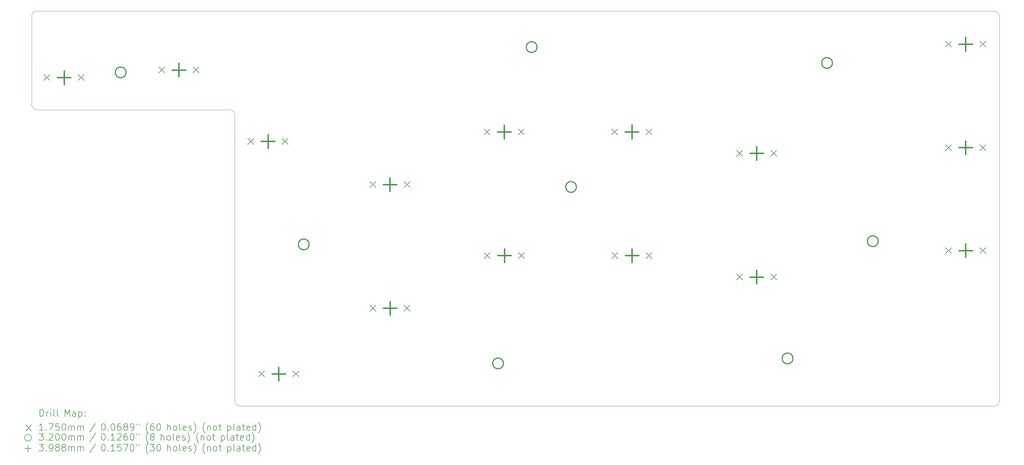
<source format=gbr>
%TF.GenerationSoftware,KiCad,Pcbnew,(7.0.0)*%
%TF.CreationDate,2023-03-03T17:09:04-06:00*%
%TF.ProjectId,Frosty,46726f73-7479-42e6-9b69-6361645f7063,rev?*%
%TF.SameCoordinates,Original*%
%TF.FileFunction,Drillmap*%
%TF.FilePolarity,Positive*%
%FSLAX45Y45*%
G04 Gerber Fmt 4.5, Leading zero omitted, Abs format (unit mm)*
G04 Created by KiCad (PCBNEW (7.0.0)) date 2023-03-03 17:09:04*
%MOMM*%
%LPD*%
G01*
G04 APERTURE LIST*
%ADD10C,0.100000*%
%ADD11C,0.200000*%
%ADD12C,0.175000*%
%ADD13C,0.320000*%
%ADD14C,0.398780*%
G04 APERTURE END LIST*
D10*
X30638750Y-13731875D02*
G75*
G03*
X30797500Y-13573125I0J158750D01*
G01*
X30638750Y-13731875D02*
X8255000Y-13731875D01*
X8096250Y-5080000D02*
G75*
G03*
X7937500Y-4921250I-158750J0D01*
G01*
X30797505Y-2143125D02*
G75*
G03*
X30638750Y-1984375I-158755J-5D01*
G01*
X2222500Y-1984375D02*
G75*
G03*
X2063750Y-2143125I0J-158750D01*
G01*
X30797500Y-2143125D02*
X30797500Y-13573125D01*
X7937500Y-4921250D02*
X2222500Y-4921250D01*
X8096250Y-13573125D02*
X8096250Y-5080000D01*
X2222500Y-1984375D02*
X30638750Y-1984375D01*
X2063750Y-4762500D02*
X2063750Y-2143125D01*
X2063750Y-4762500D02*
G75*
G03*
X2222500Y-4921250I158750J0D01*
G01*
X8096245Y-13573125D02*
G75*
G03*
X8255000Y-13731875I158755J5D01*
G01*
D11*
D12*
X2431522Y-3871475D02*
X2606522Y-4046475D01*
X2606522Y-3871475D02*
X2431522Y-4046475D01*
X2431522Y-3871475D02*
X2606522Y-4046475D01*
X2606522Y-3871475D02*
X2431522Y-4046475D01*
X3447522Y-3871475D02*
X3622522Y-4046475D01*
X3622522Y-3871475D02*
X3447522Y-4046475D01*
X3447522Y-3871475D02*
X3622522Y-4046475D01*
X3622522Y-3871475D02*
X3447522Y-4046475D01*
X5841711Y-3648082D02*
X6016711Y-3823082D01*
X6016711Y-3648082D02*
X5841711Y-3823082D01*
X5841711Y-3648082D02*
X6016711Y-3823082D01*
X6016711Y-3648082D02*
X5841711Y-3823082D01*
X6857711Y-3648082D02*
X7032711Y-3823082D01*
X7032711Y-3648082D02*
X6857711Y-3823082D01*
X6857711Y-3648082D02*
X7032711Y-3823082D01*
X7032711Y-3648082D02*
X6857711Y-3823082D01*
X8485430Y-5770740D02*
X8660430Y-5945740D01*
X8660430Y-5770740D02*
X8485430Y-5945740D01*
X8485430Y-5770740D02*
X8660430Y-5945740D01*
X8660430Y-5770740D02*
X8485430Y-5945740D01*
X8802930Y-12685170D02*
X8977930Y-12860170D01*
X8977930Y-12685170D02*
X8802930Y-12860170D01*
X8802930Y-12685170D02*
X8977930Y-12860170D01*
X8977930Y-12685170D02*
X8802930Y-12860170D01*
X9501430Y-5770740D02*
X9676430Y-5945740D01*
X9676430Y-5770740D02*
X9501430Y-5945740D01*
X9501430Y-5770740D02*
X9676430Y-5945740D01*
X9676430Y-5770740D02*
X9501430Y-5945740D01*
X9818930Y-12685170D02*
X9993930Y-12860170D01*
X9993930Y-12685170D02*
X9818930Y-12860170D01*
X9818930Y-12685170D02*
X9993930Y-12860170D01*
X9993930Y-12685170D02*
X9818930Y-12860170D01*
X12107226Y-7054743D02*
X12282226Y-7229743D01*
X12282226Y-7054743D02*
X12107226Y-7229743D01*
X12107226Y-7054743D02*
X12282226Y-7229743D01*
X12282226Y-7054743D02*
X12107226Y-7229743D01*
X12110160Y-10732400D02*
X12285160Y-10907400D01*
X12285160Y-10732400D02*
X12110160Y-10907400D01*
X12110160Y-10732400D02*
X12285160Y-10907400D01*
X12285160Y-10732400D02*
X12110160Y-10907400D01*
X13123226Y-7054743D02*
X13298226Y-7229743D01*
X13298226Y-7054743D02*
X13123226Y-7229743D01*
X13123226Y-7054743D02*
X13298226Y-7229743D01*
X13298226Y-7054743D02*
X13123226Y-7229743D01*
X13126160Y-10732400D02*
X13301160Y-10907400D01*
X13301160Y-10732400D02*
X13126160Y-10907400D01*
X13126160Y-10732400D02*
X13301160Y-10907400D01*
X13301160Y-10732400D02*
X13126160Y-10907400D01*
X15499773Y-5487873D02*
X15674773Y-5662873D01*
X15674773Y-5487873D02*
X15499773Y-5662873D01*
X15499773Y-5487873D02*
X15674773Y-5662873D01*
X15674773Y-5487873D02*
X15499773Y-5662873D01*
X15502710Y-9165530D02*
X15677710Y-9340530D01*
X15677710Y-9165530D02*
X15502710Y-9340530D01*
X15502710Y-9165530D02*
X15677710Y-9340530D01*
X15677710Y-9165530D02*
X15502710Y-9340530D01*
X16515773Y-5487873D02*
X16690773Y-5662873D01*
X16690773Y-5487873D02*
X16515773Y-5662873D01*
X16515773Y-5487873D02*
X16690773Y-5662873D01*
X16690773Y-5487873D02*
X16515773Y-5662873D01*
X16518710Y-9165530D02*
X16693710Y-9340530D01*
X16693710Y-9165530D02*
X16518710Y-9340530D01*
X16518710Y-9165530D02*
X16693710Y-9340530D01*
X16693710Y-9165530D02*
X16518710Y-9340530D01*
X19289190Y-5487820D02*
X19464190Y-5662820D01*
X19464190Y-5487820D02*
X19289190Y-5662820D01*
X19289190Y-5487820D02*
X19464190Y-5662820D01*
X19464190Y-5487820D02*
X19289190Y-5662820D01*
X19292130Y-9165480D02*
X19467130Y-9340480D01*
X19467130Y-9165480D02*
X19292130Y-9340480D01*
X19292130Y-9165480D02*
X19467130Y-9340480D01*
X19467130Y-9165480D02*
X19292130Y-9340480D01*
X20305190Y-5487820D02*
X20480190Y-5662820D01*
X20480190Y-5487820D02*
X20305190Y-5662820D01*
X20305190Y-5487820D02*
X20480190Y-5662820D01*
X20480190Y-5487820D02*
X20305190Y-5662820D01*
X20308130Y-9165480D02*
X20483130Y-9340480D01*
X20483130Y-9165480D02*
X20308130Y-9340480D01*
X20308130Y-9165480D02*
X20483130Y-9340480D01*
X20483130Y-9165480D02*
X20308130Y-9340480D01*
X22993890Y-6125290D02*
X23168890Y-6300290D01*
X23168890Y-6125290D02*
X22993890Y-6300290D01*
X22993890Y-6125290D02*
X23168890Y-6300290D01*
X23168890Y-6125290D02*
X22993890Y-6300290D01*
X22994830Y-9801950D02*
X23169830Y-9976950D01*
X23169830Y-9801950D02*
X22994830Y-9976950D01*
X22994830Y-9801950D02*
X23169830Y-9976950D01*
X23169830Y-9801950D02*
X22994830Y-9976950D01*
X24009890Y-6125290D02*
X24184890Y-6300290D01*
X24184890Y-6125290D02*
X24009890Y-6300290D01*
X24009890Y-6125290D02*
X24184890Y-6300290D01*
X24184890Y-6125290D02*
X24009890Y-6300290D01*
X24010830Y-9801950D02*
X24185830Y-9976950D01*
X24185830Y-9801950D02*
X24010830Y-9976950D01*
X24010830Y-9801950D02*
X24185830Y-9976950D01*
X24185830Y-9801950D02*
X24010830Y-9976950D01*
X29201230Y-2879740D02*
X29376230Y-3054740D01*
X29376230Y-2879740D02*
X29201230Y-3054740D01*
X29201230Y-2879740D02*
X29376230Y-3054740D01*
X29376230Y-2879740D02*
X29201230Y-3054740D01*
X29201230Y-9016960D02*
X29376230Y-9191960D01*
X29376230Y-9016960D02*
X29201230Y-9191960D01*
X29201230Y-9016960D02*
X29376230Y-9191960D01*
X29376230Y-9016960D02*
X29201230Y-9191960D01*
X29201340Y-5955660D02*
X29376340Y-6130660D01*
X29376340Y-5955660D02*
X29201340Y-6130660D01*
X29201340Y-5955660D02*
X29376340Y-6130660D01*
X29376340Y-5955660D02*
X29201340Y-6130660D01*
X30217230Y-2879740D02*
X30392230Y-3054740D01*
X30392230Y-2879740D02*
X30217230Y-3054740D01*
X30217230Y-2879740D02*
X30392230Y-3054740D01*
X30392230Y-2879740D02*
X30217230Y-3054740D01*
X30217230Y-9016960D02*
X30392230Y-9191960D01*
X30392230Y-9016960D02*
X30217230Y-9191960D01*
X30217230Y-9016960D02*
X30392230Y-9191960D01*
X30392230Y-9016960D02*
X30217230Y-9191960D01*
X30217340Y-5955660D02*
X30392340Y-6130660D01*
X30392340Y-5955660D02*
X30217340Y-6130660D01*
X30217340Y-5955660D02*
X30392340Y-6130660D01*
X30392340Y-5955660D02*
X30217340Y-6130660D01*
D13*
X4868000Y-3807000D02*
G75*
G03*
X4868000Y-3807000I-160000J0D01*
G01*
X10303000Y-8922000D02*
G75*
G03*
X10303000Y-8922000I-160000J0D01*
G01*
X16074000Y-12460000D02*
G75*
G03*
X16074000Y-12460000I-160000J0D01*
G01*
X17070000Y-3054000D02*
G75*
G03*
X17070000Y-3054000I-160000J0D01*
G01*
X18240000Y-7213000D02*
G75*
G03*
X18240000Y-7213000I-160000J0D01*
G01*
X24670000Y-12312000D02*
G75*
G03*
X24670000Y-12312000I-160000J0D01*
G01*
X25841000Y-3527000D02*
G75*
G03*
X25841000Y-3527000I-160000J0D01*
G01*
X27199000Y-8827000D02*
G75*
G03*
X27199000Y-8827000I-160000J0D01*
G01*
D14*
X3027022Y-3759585D02*
X3027022Y-4158365D01*
X2827632Y-3958975D02*
X3226412Y-3958975D01*
X3027022Y-3759585D02*
X3027022Y-4158365D01*
X2827632Y-3958975D02*
X3226412Y-3958975D01*
X6437211Y-3536192D02*
X6437211Y-3934972D01*
X6237821Y-3735582D02*
X6636601Y-3735582D01*
X6437211Y-3536192D02*
X6437211Y-3934972D01*
X6237821Y-3735582D02*
X6636601Y-3735582D01*
X9080930Y-5658850D02*
X9080930Y-6057630D01*
X8881540Y-5858240D02*
X9280320Y-5858240D01*
X9080930Y-5658850D02*
X9080930Y-6057630D01*
X8881540Y-5858240D02*
X9280320Y-5858240D01*
X9398430Y-12573280D02*
X9398430Y-12972060D01*
X9199040Y-12772670D02*
X9597820Y-12772670D01*
X9398430Y-12573280D02*
X9398430Y-12972060D01*
X9199040Y-12772670D02*
X9597820Y-12772670D01*
X12702726Y-6942853D02*
X12702726Y-7341633D01*
X12503336Y-7142243D02*
X12902116Y-7142243D01*
X12702726Y-6942853D02*
X12702726Y-7341633D01*
X12503336Y-7142243D02*
X12902116Y-7142243D01*
X12705660Y-10620510D02*
X12705660Y-11019290D01*
X12506270Y-10819900D02*
X12905050Y-10819900D01*
X12705660Y-10620510D02*
X12705660Y-11019290D01*
X12506270Y-10819900D02*
X12905050Y-10819900D01*
X16095273Y-5375983D02*
X16095273Y-5774763D01*
X15895883Y-5575373D02*
X16294663Y-5575373D01*
X16095273Y-5375983D02*
X16095273Y-5774763D01*
X15895883Y-5575373D02*
X16294663Y-5575373D01*
X16098210Y-9053640D02*
X16098210Y-9452420D01*
X15898820Y-9253030D02*
X16297600Y-9253030D01*
X16098210Y-9053640D02*
X16098210Y-9452420D01*
X15898820Y-9253030D02*
X16297600Y-9253030D01*
X19884690Y-5375930D02*
X19884690Y-5774710D01*
X19685300Y-5575320D02*
X20084080Y-5575320D01*
X19884690Y-5375930D02*
X19884690Y-5774710D01*
X19685300Y-5575320D02*
X20084080Y-5575320D01*
X19887630Y-9053590D02*
X19887630Y-9452370D01*
X19688240Y-9252980D02*
X20087020Y-9252980D01*
X19887630Y-9053590D02*
X19887630Y-9452370D01*
X19688240Y-9252980D02*
X20087020Y-9252980D01*
X23589390Y-6013400D02*
X23589390Y-6412180D01*
X23390000Y-6212790D02*
X23788780Y-6212790D01*
X23589390Y-6013400D02*
X23589390Y-6412180D01*
X23390000Y-6212790D02*
X23788780Y-6212790D01*
X23590330Y-9690060D02*
X23590330Y-10088840D01*
X23390940Y-9889450D02*
X23789720Y-9889450D01*
X23590330Y-9690060D02*
X23590330Y-10088840D01*
X23390940Y-9889450D02*
X23789720Y-9889450D01*
X29796730Y-2767850D02*
X29796730Y-3166630D01*
X29597340Y-2967240D02*
X29996120Y-2967240D01*
X29796730Y-2767850D02*
X29796730Y-3166630D01*
X29597340Y-2967240D02*
X29996120Y-2967240D01*
X29796730Y-8905070D02*
X29796730Y-9303850D01*
X29597340Y-9104460D02*
X29996120Y-9104460D01*
X29796730Y-8905070D02*
X29796730Y-9303850D01*
X29597340Y-9104460D02*
X29996120Y-9104460D01*
X29796840Y-5843770D02*
X29796840Y-6242550D01*
X29597450Y-6043160D02*
X29996230Y-6043160D01*
X29796840Y-5843770D02*
X29796840Y-6242550D01*
X29597450Y-6043160D02*
X29996230Y-6043160D01*
D11*
X2306369Y-14030351D02*
X2306369Y-13830351D01*
X2306369Y-13830351D02*
X2353988Y-13830351D01*
X2353988Y-13830351D02*
X2382560Y-13839875D01*
X2382560Y-13839875D02*
X2401607Y-13858923D01*
X2401607Y-13858923D02*
X2411131Y-13877970D01*
X2411131Y-13877970D02*
X2420655Y-13916065D01*
X2420655Y-13916065D02*
X2420655Y-13944637D01*
X2420655Y-13944637D02*
X2411131Y-13982732D01*
X2411131Y-13982732D02*
X2401607Y-14001780D01*
X2401607Y-14001780D02*
X2382560Y-14020827D01*
X2382560Y-14020827D02*
X2353988Y-14030351D01*
X2353988Y-14030351D02*
X2306369Y-14030351D01*
X2506369Y-14030351D02*
X2506369Y-13897018D01*
X2506369Y-13935113D02*
X2515893Y-13916065D01*
X2515893Y-13916065D02*
X2525417Y-13906542D01*
X2525417Y-13906542D02*
X2544464Y-13897018D01*
X2544464Y-13897018D02*
X2563512Y-13897018D01*
X2630179Y-14030351D02*
X2630179Y-13897018D01*
X2630179Y-13830351D02*
X2620655Y-13839875D01*
X2620655Y-13839875D02*
X2630179Y-13849399D01*
X2630179Y-13849399D02*
X2639702Y-13839875D01*
X2639702Y-13839875D02*
X2630179Y-13830351D01*
X2630179Y-13830351D02*
X2630179Y-13849399D01*
X2753988Y-14030351D02*
X2734940Y-14020827D01*
X2734940Y-14020827D02*
X2725417Y-14001780D01*
X2725417Y-14001780D02*
X2725417Y-13830351D01*
X2858750Y-14030351D02*
X2839702Y-14020827D01*
X2839702Y-14020827D02*
X2830178Y-14001780D01*
X2830178Y-14001780D02*
X2830178Y-13830351D01*
X3054940Y-14030351D02*
X3054940Y-13830351D01*
X3054940Y-13830351D02*
X3121607Y-13973208D01*
X3121607Y-13973208D02*
X3188274Y-13830351D01*
X3188274Y-13830351D02*
X3188274Y-14030351D01*
X3369226Y-14030351D02*
X3369226Y-13925589D01*
X3369226Y-13925589D02*
X3359702Y-13906542D01*
X3359702Y-13906542D02*
X3340655Y-13897018D01*
X3340655Y-13897018D02*
X3302559Y-13897018D01*
X3302559Y-13897018D02*
X3283512Y-13906542D01*
X3369226Y-14020827D02*
X3350178Y-14030351D01*
X3350178Y-14030351D02*
X3302559Y-14030351D01*
X3302559Y-14030351D02*
X3283512Y-14020827D01*
X3283512Y-14020827D02*
X3273988Y-14001780D01*
X3273988Y-14001780D02*
X3273988Y-13982732D01*
X3273988Y-13982732D02*
X3283512Y-13963684D01*
X3283512Y-13963684D02*
X3302559Y-13954161D01*
X3302559Y-13954161D02*
X3350178Y-13954161D01*
X3350178Y-13954161D02*
X3369226Y-13944637D01*
X3464464Y-13897018D02*
X3464464Y-14097018D01*
X3464464Y-13906542D02*
X3483512Y-13897018D01*
X3483512Y-13897018D02*
X3521607Y-13897018D01*
X3521607Y-13897018D02*
X3540655Y-13906542D01*
X3540655Y-13906542D02*
X3550178Y-13916065D01*
X3550178Y-13916065D02*
X3559702Y-13935113D01*
X3559702Y-13935113D02*
X3559702Y-13992256D01*
X3559702Y-13992256D02*
X3550178Y-14011303D01*
X3550178Y-14011303D02*
X3540655Y-14020827D01*
X3540655Y-14020827D02*
X3521607Y-14030351D01*
X3521607Y-14030351D02*
X3483512Y-14030351D01*
X3483512Y-14030351D02*
X3464464Y-14020827D01*
X3645417Y-14011303D02*
X3654940Y-14020827D01*
X3654940Y-14020827D02*
X3645417Y-14030351D01*
X3645417Y-14030351D02*
X3635893Y-14020827D01*
X3635893Y-14020827D02*
X3645417Y-14011303D01*
X3645417Y-14011303D02*
X3645417Y-14030351D01*
X3645417Y-13906542D02*
X3654940Y-13916065D01*
X3654940Y-13916065D02*
X3645417Y-13925589D01*
X3645417Y-13925589D02*
X3635893Y-13916065D01*
X3635893Y-13916065D02*
X3645417Y-13906542D01*
X3645417Y-13906542D02*
X3645417Y-13925589D01*
D12*
X1883750Y-14289375D02*
X2058750Y-14464375D01*
X2058750Y-14289375D02*
X1883750Y-14464375D01*
D11*
X2411131Y-14450351D02*
X2296845Y-14450351D01*
X2353988Y-14450351D02*
X2353988Y-14250351D01*
X2353988Y-14250351D02*
X2334940Y-14278923D01*
X2334940Y-14278923D02*
X2315893Y-14297970D01*
X2315893Y-14297970D02*
X2296845Y-14307494D01*
X2496845Y-14431303D02*
X2506369Y-14440827D01*
X2506369Y-14440827D02*
X2496845Y-14450351D01*
X2496845Y-14450351D02*
X2487321Y-14440827D01*
X2487321Y-14440827D02*
X2496845Y-14431303D01*
X2496845Y-14431303D02*
X2496845Y-14450351D01*
X2573036Y-14250351D02*
X2706369Y-14250351D01*
X2706369Y-14250351D02*
X2620655Y-14450351D01*
X2877798Y-14250351D02*
X2782560Y-14250351D01*
X2782560Y-14250351D02*
X2773036Y-14345589D01*
X2773036Y-14345589D02*
X2782560Y-14336065D01*
X2782560Y-14336065D02*
X2801607Y-14326542D01*
X2801607Y-14326542D02*
X2849226Y-14326542D01*
X2849226Y-14326542D02*
X2868274Y-14336065D01*
X2868274Y-14336065D02*
X2877798Y-14345589D01*
X2877798Y-14345589D02*
X2887321Y-14364637D01*
X2887321Y-14364637D02*
X2887321Y-14412256D01*
X2887321Y-14412256D02*
X2877798Y-14431303D01*
X2877798Y-14431303D02*
X2868274Y-14440827D01*
X2868274Y-14440827D02*
X2849226Y-14450351D01*
X2849226Y-14450351D02*
X2801607Y-14450351D01*
X2801607Y-14450351D02*
X2782560Y-14440827D01*
X2782560Y-14440827D02*
X2773036Y-14431303D01*
X3011131Y-14250351D02*
X3030179Y-14250351D01*
X3030179Y-14250351D02*
X3049226Y-14259875D01*
X3049226Y-14259875D02*
X3058750Y-14269399D01*
X3058750Y-14269399D02*
X3068274Y-14288446D01*
X3068274Y-14288446D02*
X3077798Y-14326542D01*
X3077798Y-14326542D02*
X3077798Y-14374161D01*
X3077798Y-14374161D02*
X3068274Y-14412256D01*
X3068274Y-14412256D02*
X3058750Y-14431303D01*
X3058750Y-14431303D02*
X3049226Y-14440827D01*
X3049226Y-14440827D02*
X3030179Y-14450351D01*
X3030179Y-14450351D02*
X3011131Y-14450351D01*
X3011131Y-14450351D02*
X2992083Y-14440827D01*
X2992083Y-14440827D02*
X2982559Y-14431303D01*
X2982559Y-14431303D02*
X2973036Y-14412256D01*
X2973036Y-14412256D02*
X2963512Y-14374161D01*
X2963512Y-14374161D02*
X2963512Y-14326542D01*
X2963512Y-14326542D02*
X2973036Y-14288446D01*
X2973036Y-14288446D02*
X2982559Y-14269399D01*
X2982559Y-14269399D02*
X2992083Y-14259875D01*
X2992083Y-14259875D02*
X3011131Y-14250351D01*
X3163512Y-14450351D02*
X3163512Y-14317018D01*
X3163512Y-14336065D02*
X3173036Y-14326542D01*
X3173036Y-14326542D02*
X3192083Y-14317018D01*
X3192083Y-14317018D02*
X3220655Y-14317018D01*
X3220655Y-14317018D02*
X3239702Y-14326542D01*
X3239702Y-14326542D02*
X3249226Y-14345589D01*
X3249226Y-14345589D02*
X3249226Y-14450351D01*
X3249226Y-14345589D02*
X3258750Y-14326542D01*
X3258750Y-14326542D02*
X3277798Y-14317018D01*
X3277798Y-14317018D02*
X3306369Y-14317018D01*
X3306369Y-14317018D02*
X3325417Y-14326542D01*
X3325417Y-14326542D02*
X3334940Y-14345589D01*
X3334940Y-14345589D02*
X3334940Y-14450351D01*
X3430179Y-14450351D02*
X3430179Y-14317018D01*
X3430179Y-14336065D02*
X3439702Y-14326542D01*
X3439702Y-14326542D02*
X3458750Y-14317018D01*
X3458750Y-14317018D02*
X3487321Y-14317018D01*
X3487321Y-14317018D02*
X3506369Y-14326542D01*
X3506369Y-14326542D02*
X3515893Y-14345589D01*
X3515893Y-14345589D02*
X3515893Y-14450351D01*
X3515893Y-14345589D02*
X3525417Y-14326542D01*
X3525417Y-14326542D02*
X3544464Y-14317018D01*
X3544464Y-14317018D02*
X3573036Y-14317018D01*
X3573036Y-14317018D02*
X3592083Y-14326542D01*
X3592083Y-14326542D02*
X3601607Y-14345589D01*
X3601607Y-14345589D02*
X3601607Y-14450351D01*
X3959702Y-14240827D02*
X3788274Y-14497970D01*
X4184464Y-14250351D02*
X4203512Y-14250351D01*
X4203512Y-14250351D02*
X4222560Y-14259875D01*
X4222560Y-14259875D02*
X4232083Y-14269399D01*
X4232083Y-14269399D02*
X4241607Y-14288446D01*
X4241607Y-14288446D02*
X4251131Y-14326542D01*
X4251131Y-14326542D02*
X4251131Y-14374161D01*
X4251131Y-14374161D02*
X4241607Y-14412256D01*
X4241607Y-14412256D02*
X4232083Y-14431303D01*
X4232083Y-14431303D02*
X4222560Y-14440827D01*
X4222560Y-14440827D02*
X4203512Y-14450351D01*
X4203512Y-14450351D02*
X4184464Y-14450351D01*
X4184464Y-14450351D02*
X4165417Y-14440827D01*
X4165417Y-14440827D02*
X4155893Y-14431303D01*
X4155893Y-14431303D02*
X4146369Y-14412256D01*
X4146369Y-14412256D02*
X4136845Y-14374161D01*
X4136845Y-14374161D02*
X4136845Y-14326542D01*
X4136845Y-14326542D02*
X4146369Y-14288446D01*
X4146369Y-14288446D02*
X4155893Y-14269399D01*
X4155893Y-14269399D02*
X4165417Y-14259875D01*
X4165417Y-14259875D02*
X4184464Y-14250351D01*
X4336845Y-14431303D02*
X4346369Y-14440827D01*
X4346369Y-14440827D02*
X4336845Y-14450351D01*
X4336845Y-14450351D02*
X4327322Y-14440827D01*
X4327322Y-14440827D02*
X4336845Y-14431303D01*
X4336845Y-14431303D02*
X4336845Y-14450351D01*
X4470179Y-14250351D02*
X4489226Y-14250351D01*
X4489226Y-14250351D02*
X4508274Y-14259875D01*
X4508274Y-14259875D02*
X4517798Y-14269399D01*
X4517798Y-14269399D02*
X4527322Y-14288446D01*
X4527322Y-14288446D02*
X4536845Y-14326542D01*
X4536845Y-14326542D02*
X4536845Y-14374161D01*
X4536845Y-14374161D02*
X4527322Y-14412256D01*
X4527322Y-14412256D02*
X4517798Y-14431303D01*
X4517798Y-14431303D02*
X4508274Y-14440827D01*
X4508274Y-14440827D02*
X4489226Y-14450351D01*
X4489226Y-14450351D02*
X4470179Y-14450351D01*
X4470179Y-14450351D02*
X4451131Y-14440827D01*
X4451131Y-14440827D02*
X4441607Y-14431303D01*
X4441607Y-14431303D02*
X4432083Y-14412256D01*
X4432083Y-14412256D02*
X4422560Y-14374161D01*
X4422560Y-14374161D02*
X4422560Y-14326542D01*
X4422560Y-14326542D02*
X4432083Y-14288446D01*
X4432083Y-14288446D02*
X4441607Y-14269399D01*
X4441607Y-14269399D02*
X4451131Y-14259875D01*
X4451131Y-14259875D02*
X4470179Y-14250351D01*
X4708274Y-14250351D02*
X4670179Y-14250351D01*
X4670179Y-14250351D02*
X4651131Y-14259875D01*
X4651131Y-14259875D02*
X4641607Y-14269399D01*
X4641607Y-14269399D02*
X4622560Y-14297970D01*
X4622560Y-14297970D02*
X4613036Y-14336065D01*
X4613036Y-14336065D02*
X4613036Y-14412256D01*
X4613036Y-14412256D02*
X4622560Y-14431303D01*
X4622560Y-14431303D02*
X4632083Y-14440827D01*
X4632083Y-14440827D02*
X4651131Y-14450351D01*
X4651131Y-14450351D02*
X4689226Y-14450351D01*
X4689226Y-14450351D02*
X4708274Y-14440827D01*
X4708274Y-14440827D02*
X4717798Y-14431303D01*
X4717798Y-14431303D02*
X4727322Y-14412256D01*
X4727322Y-14412256D02*
X4727322Y-14364637D01*
X4727322Y-14364637D02*
X4717798Y-14345589D01*
X4717798Y-14345589D02*
X4708274Y-14336065D01*
X4708274Y-14336065D02*
X4689226Y-14326542D01*
X4689226Y-14326542D02*
X4651131Y-14326542D01*
X4651131Y-14326542D02*
X4632083Y-14336065D01*
X4632083Y-14336065D02*
X4622560Y-14345589D01*
X4622560Y-14345589D02*
X4613036Y-14364637D01*
X4841607Y-14336065D02*
X4822560Y-14326542D01*
X4822560Y-14326542D02*
X4813036Y-14317018D01*
X4813036Y-14317018D02*
X4803512Y-14297970D01*
X4803512Y-14297970D02*
X4803512Y-14288446D01*
X4803512Y-14288446D02*
X4813036Y-14269399D01*
X4813036Y-14269399D02*
X4822560Y-14259875D01*
X4822560Y-14259875D02*
X4841607Y-14250351D01*
X4841607Y-14250351D02*
X4879703Y-14250351D01*
X4879703Y-14250351D02*
X4898750Y-14259875D01*
X4898750Y-14259875D02*
X4908274Y-14269399D01*
X4908274Y-14269399D02*
X4917798Y-14288446D01*
X4917798Y-14288446D02*
X4917798Y-14297970D01*
X4917798Y-14297970D02*
X4908274Y-14317018D01*
X4908274Y-14317018D02*
X4898750Y-14326542D01*
X4898750Y-14326542D02*
X4879703Y-14336065D01*
X4879703Y-14336065D02*
X4841607Y-14336065D01*
X4841607Y-14336065D02*
X4822560Y-14345589D01*
X4822560Y-14345589D02*
X4813036Y-14355113D01*
X4813036Y-14355113D02*
X4803512Y-14374161D01*
X4803512Y-14374161D02*
X4803512Y-14412256D01*
X4803512Y-14412256D02*
X4813036Y-14431303D01*
X4813036Y-14431303D02*
X4822560Y-14440827D01*
X4822560Y-14440827D02*
X4841607Y-14450351D01*
X4841607Y-14450351D02*
X4879703Y-14450351D01*
X4879703Y-14450351D02*
X4898750Y-14440827D01*
X4898750Y-14440827D02*
X4908274Y-14431303D01*
X4908274Y-14431303D02*
X4917798Y-14412256D01*
X4917798Y-14412256D02*
X4917798Y-14374161D01*
X4917798Y-14374161D02*
X4908274Y-14355113D01*
X4908274Y-14355113D02*
X4898750Y-14345589D01*
X4898750Y-14345589D02*
X4879703Y-14336065D01*
X5013036Y-14450351D02*
X5051131Y-14450351D01*
X5051131Y-14450351D02*
X5070179Y-14440827D01*
X5070179Y-14440827D02*
X5079703Y-14431303D01*
X5079703Y-14431303D02*
X5098750Y-14402732D01*
X5098750Y-14402732D02*
X5108274Y-14364637D01*
X5108274Y-14364637D02*
X5108274Y-14288446D01*
X5108274Y-14288446D02*
X5098750Y-14269399D01*
X5098750Y-14269399D02*
X5089226Y-14259875D01*
X5089226Y-14259875D02*
X5070179Y-14250351D01*
X5070179Y-14250351D02*
X5032083Y-14250351D01*
X5032083Y-14250351D02*
X5013036Y-14259875D01*
X5013036Y-14259875D02*
X5003512Y-14269399D01*
X5003512Y-14269399D02*
X4993988Y-14288446D01*
X4993988Y-14288446D02*
X4993988Y-14336065D01*
X4993988Y-14336065D02*
X5003512Y-14355113D01*
X5003512Y-14355113D02*
X5013036Y-14364637D01*
X5013036Y-14364637D02*
X5032083Y-14374161D01*
X5032083Y-14374161D02*
X5070179Y-14374161D01*
X5070179Y-14374161D02*
X5089226Y-14364637D01*
X5089226Y-14364637D02*
X5098750Y-14355113D01*
X5098750Y-14355113D02*
X5108274Y-14336065D01*
X5184464Y-14250351D02*
X5184464Y-14288446D01*
X5260655Y-14250351D02*
X5260655Y-14288446D01*
X5523512Y-14526542D02*
X5513988Y-14517018D01*
X5513988Y-14517018D02*
X5494941Y-14488446D01*
X5494941Y-14488446D02*
X5485417Y-14469399D01*
X5485417Y-14469399D02*
X5475893Y-14440827D01*
X5475893Y-14440827D02*
X5466369Y-14393208D01*
X5466369Y-14393208D02*
X5466369Y-14355113D01*
X5466369Y-14355113D02*
X5475893Y-14307494D01*
X5475893Y-14307494D02*
X5485417Y-14278923D01*
X5485417Y-14278923D02*
X5494941Y-14259875D01*
X5494941Y-14259875D02*
X5513988Y-14231303D01*
X5513988Y-14231303D02*
X5523512Y-14221780D01*
X5685417Y-14250351D02*
X5647321Y-14250351D01*
X5647321Y-14250351D02*
X5628274Y-14259875D01*
X5628274Y-14259875D02*
X5618750Y-14269399D01*
X5618750Y-14269399D02*
X5599702Y-14297970D01*
X5599702Y-14297970D02*
X5590179Y-14336065D01*
X5590179Y-14336065D02*
X5590179Y-14412256D01*
X5590179Y-14412256D02*
X5599702Y-14431303D01*
X5599702Y-14431303D02*
X5609226Y-14440827D01*
X5609226Y-14440827D02*
X5628274Y-14450351D01*
X5628274Y-14450351D02*
X5666369Y-14450351D01*
X5666369Y-14450351D02*
X5685417Y-14440827D01*
X5685417Y-14440827D02*
X5694941Y-14431303D01*
X5694941Y-14431303D02*
X5704464Y-14412256D01*
X5704464Y-14412256D02*
X5704464Y-14364637D01*
X5704464Y-14364637D02*
X5694941Y-14345589D01*
X5694941Y-14345589D02*
X5685417Y-14336065D01*
X5685417Y-14336065D02*
X5666369Y-14326542D01*
X5666369Y-14326542D02*
X5628274Y-14326542D01*
X5628274Y-14326542D02*
X5609226Y-14336065D01*
X5609226Y-14336065D02*
X5599702Y-14345589D01*
X5599702Y-14345589D02*
X5590179Y-14364637D01*
X5828274Y-14250351D02*
X5847322Y-14250351D01*
X5847322Y-14250351D02*
X5866369Y-14259875D01*
X5866369Y-14259875D02*
X5875893Y-14269399D01*
X5875893Y-14269399D02*
X5885417Y-14288446D01*
X5885417Y-14288446D02*
X5894941Y-14326542D01*
X5894941Y-14326542D02*
X5894941Y-14374161D01*
X5894941Y-14374161D02*
X5885417Y-14412256D01*
X5885417Y-14412256D02*
X5875893Y-14431303D01*
X5875893Y-14431303D02*
X5866369Y-14440827D01*
X5866369Y-14440827D02*
X5847322Y-14450351D01*
X5847322Y-14450351D02*
X5828274Y-14450351D01*
X5828274Y-14450351D02*
X5809226Y-14440827D01*
X5809226Y-14440827D02*
X5799702Y-14431303D01*
X5799702Y-14431303D02*
X5790179Y-14412256D01*
X5790179Y-14412256D02*
X5780655Y-14374161D01*
X5780655Y-14374161D02*
X5780655Y-14326542D01*
X5780655Y-14326542D02*
X5790179Y-14288446D01*
X5790179Y-14288446D02*
X5799702Y-14269399D01*
X5799702Y-14269399D02*
X5809226Y-14259875D01*
X5809226Y-14259875D02*
X5828274Y-14250351D01*
X6100655Y-14450351D02*
X6100655Y-14250351D01*
X6186369Y-14450351D02*
X6186369Y-14345589D01*
X6186369Y-14345589D02*
X6176845Y-14326542D01*
X6176845Y-14326542D02*
X6157798Y-14317018D01*
X6157798Y-14317018D02*
X6129226Y-14317018D01*
X6129226Y-14317018D02*
X6110179Y-14326542D01*
X6110179Y-14326542D02*
X6100655Y-14336065D01*
X6310179Y-14450351D02*
X6291131Y-14440827D01*
X6291131Y-14440827D02*
X6281607Y-14431303D01*
X6281607Y-14431303D02*
X6272083Y-14412256D01*
X6272083Y-14412256D02*
X6272083Y-14355113D01*
X6272083Y-14355113D02*
X6281607Y-14336065D01*
X6281607Y-14336065D02*
X6291131Y-14326542D01*
X6291131Y-14326542D02*
X6310179Y-14317018D01*
X6310179Y-14317018D02*
X6338750Y-14317018D01*
X6338750Y-14317018D02*
X6357798Y-14326542D01*
X6357798Y-14326542D02*
X6367322Y-14336065D01*
X6367322Y-14336065D02*
X6376845Y-14355113D01*
X6376845Y-14355113D02*
X6376845Y-14412256D01*
X6376845Y-14412256D02*
X6367322Y-14431303D01*
X6367322Y-14431303D02*
X6357798Y-14440827D01*
X6357798Y-14440827D02*
X6338750Y-14450351D01*
X6338750Y-14450351D02*
X6310179Y-14450351D01*
X6491131Y-14450351D02*
X6472083Y-14440827D01*
X6472083Y-14440827D02*
X6462560Y-14421780D01*
X6462560Y-14421780D02*
X6462560Y-14250351D01*
X6643512Y-14440827D02*
X6624464Y-14450351D01*
X6624464Y-14450351D02*
X6586369Y-14450351D01*
X6586369Y-14450351D02*
X6567322Y-14440827D01*
X6567322Y-14440827D02*
X6557798Y-14421780D01*
X6557798Y-14421780D02*
X6557798Y-14345589D01*
X6557798Y-14345589D02*
X6567322Y-14326542D01*
X6567322Y-14326542D02*
X6586369Y-14317018D01*
X6586369Y-14317018D02*
X6624464Y-14317018D01*
X6624464Y-14317018D02*
X6643512Y-14326542D01*
X6643512Y-14326542D02*
X6653036Y-14345589D01*
X6653036Y-14345589D02*
X6653036Y-14364637D01*
X6653036Y-14364637D02*
X6557798Y-14383684D01*
X6729226Y-14440827D02*
X6748274Y-14450351D01*
X6748274Y-14450351D02*
X6786369Y-14450351D01*
X6786369Y-14450351D02*
X6805417Y-14440827D01*
X6805417Y-14440827D02*
X6814941Y-14421780D01*
X6814941Y-14421780D02*
X6814941Y-14412256D01*
X6814941Y-14412256D02*
X6805417Y-14393208D01*
X6805417Y-14393208D02*
X6786369Y-14383684D01*
X6786369Y-14383684D02*
X6757798Y-14383684D01*
X6757798Y-14383684D02*
X6738750Y-14374161D01*
X6738750Y-14374161D02*
X6729226Y-14355113D01*
X6729226Y-14355113D02*
X6729226Y-14345589D01*
X6729226Y-14345589D02*
X6738750Y-14326542D01*
X6738750Y-14326542D02*
X6757798Y-14317018D01*
X6757798Y-14317018D02*
X6786369Y-14317018D01*
X6786369Y-14317018D02*
X6805417Y-14326542D01*
X6881607Y-14526542D02*
X6891131Y-14517018D01*
X6891131Y-14517018D02*
X6910179Y-14488446D01*
X6910179Y-14488446D02*
X6919703Y-14469399D01*
X6919703Y-14469399D02*
X6929226Y-14440827D01*
X6929226Y-14440827D02*
X6938750Y-14393208D01*
X6938750Y-14393208D02*
X6938750Y-14355113D01*
X6938750Y-14355113D02*
X6929226Y-14307494D01*
X6929226Y-14307494D02*
X6919703Y-14278923D01*
X6919703Y-14278923D02*
X6910179Y-14259875D01*
X6910179Y-14259875D02*
X6891131Y-14231303D01*
X6891131Y-14231303D02*
X6881607Y-14221780D01*
X7211131Y-14526542D02*
X7201607Y-14517018D01*
X7201607Y-14517018D02*
X7182560Y-14488446D01*
X7182560Y-14488446D02*
X7173036Y-14469399D01*
X7173036Y-14469399D02*
X7163512Y-14440827D01*
X7163512Y-14440827D02*
X7153988Y-14393208D01*
X7153988Y-14393208D02*
X7153988Y-14355113D01*
X7153988Y-14355113D02*
X7163512Y-14307494D01*
X7163512Y-14307494D02*
X7173036Y-14278923D01*
X7173036Y-14278923D02*
X7182560Y-14259875D01*
X7182560Y-14259875D02*
X7201607Y-14231303D01*
X7201607Y-14231303D02*
X7211131Y-14221780D01*
X7287322Y-14317018D02*
X7287322Y-14450351D01*
X7287322Y-14336065D02*
X7296845Y-14326542D01*
X7296845Y-14326542D02*
X7315893Y-14317018D01*
X7315893Y-14317018D02*
X7344464Y-14317018D01*
X7344464Y-14317018D02*
X7363512Y-14326542D01*
X7363512Y-14326542D02*
X7373036Y-14345589D01*
X7373036Y-14345589D02*
X7373036Y-14450351D01*
X7496845Y-14450351D02*
X7477798Y-14440827D01*
X7477798Y-14440827D02*
X7468274Y-14431303D01*
X7468274Y-14431303D02*
X7458750Y-14412256D01*
X7458750Y-14412256D02*
X7458750Y-14355113D01*
X7458750Y-14355113D02*
X7468274Y-14336065D01*
X7468274Y-14336065D02*
X7477798Y-14326542D01*
X7477798Y-14326542D02*
X7496845Y-14317018D01*
X7496845Y-14317018D02*
X7525417Y-14317018D01*
X7525417Y-14317018D02*
X7544464Y-14326542D01*
X7544464Y-14326542D02*
X7553988Y-14336065D01*
X7553988Y-14336065D02*
X7563512Y-14355113D01*
X7563512Y-14355113D02*
X7563512Y-14412256D01*
X7563512Y-14412256D02*
X7553988Y-14431303D01*
X7553988Y-14431303D02*
X7544464Y-14440827D01*
X7544464Y-14440827D02*
X7525417Y-14450351D01*
X7525417Y-14450351D02*
X7496845Y-14450351D01*
X7620655Y-14317018D02*
X7696845Y-14317018D01*
X7649226Y-14250351D02*
X7649226Y-14421780D01*
X7649226Y-14421780D02*
X7658750Y-14440827D01*
X7658750Y-14440827D02*
X7677798Y-14450351D01*
X7677798Y-14450351D02*
X7696845Y-14450351D01*
X7883512Y-14317018D02*
X7883512Y-14517018D01*
X7883512Y-14326542D02*
X7902560Y-14317018D01*
X7902560Y-14317018D02*
X7940655Y-14317018D01*
X7940655Y-14317018D02*
X7959703Y-14326542D01*
X7959703Y-14326542D02*
X7969226Y-14336065D01*
X7969226Y-14336065D02*
X7978750Y-14355113D01*
X7978750Y-14355113D02*
X7978750Y-14412256D01*
X7978750Y-14412256D02*
X7969226Y-14431303D01*
X7969226Y-14431303D02*
X7959703Y-14440827D01*
X7959703Y-14440827D02*
X7940655Y-14450351D01*
X7940655Y-14450351D02*
X7902560Y-14450351D01*
X7902560Y-14450351D02*
X7883512Y-14440827D01*
X8093036Y-14450351D02*
X8073988Y-14440827D01*
X8073988Y-14440827D02*
X8064464Y-14421780D01*
X8064464Y-14421780D02*
X8064464Y-14250351D01*
X8254941Y-14450351D02*
X8254941Y-14345589D01*
X8254941Y-14345589D02*
X8245417Y-14326542D01*
X8245417Y-14326542D02*
X8226369Y-14317018D01*
X8226369Y-14317018D02*
X8188274Y-14317018D01*
X8188274Y-14317018D02*
X8169226Y-14326542D01*
X8254941Y-14440827D02*
X8235893Y-14450351D01*
X8235893Y-14450351D02*
X8188274Y-14450351D01*
X8188274Y-14450351D02*
X8169226Y-14440827D01*
X8169226Y-14440827D02*
X8159703Y-14421780D01*
X8159703Y-14421780D02*
X8159703Y-14402732D01*
X8159703Y-14402732D02*
X8169226Y-14383684D01*
X8169226Y-14383684D02*
X8188274Y-14374161D01*
X8188274Y-14374161D02*
X8235893Y-14374161D01*
X8235893Y-14374161D02*
X8254941Y-14364637D01*
X8321607Y-14317018D02*
X8397798Y-14317018D01*
X8350179Y-14250351D02*
X8350179Y-14421780D01*
X8350179Y-14421780D02*
X8359703Y-14440827D01*
X8359703Y-14440827D02*
X8378750Y-14450351D01*
X8378750Y-14450351D02*
X8397798Y-14450351D01*
X8540655Y-14440827D02*
X8521607Y-14450351D01*
X8521607Y-14450351D02*
X8483512Y-14450351D01*
X8483512Y-14450351D02*
X8464465Y-14440827D01*
X8464465Y-14440827D02*
X8454941Y-14421780D01*
X8454941Y-14421780D02*
X8454941Y-14345589D01*
X8454941Y-14345589D02*
X8464465Y-14326542D01*
X8464465Y-14326542D02*
X8483512Y-14317018D01*
X8483512Y-14317018D02*
X8521607Y-14317018D01*
X8521607Y-14317018D02*
X8540655Y-14326542D01*
X8540655Y-14326542D02*
X8550179Y-14345589D01*
X8550179Y-14345589D02*
X8550179Y-14364637D01*
X8550179Y-14364637D02*
X8454941Y-14383684D01*
X8721607Y-14450351D02*
X8721607Y-14250351D01*
X8721607Y-14440827D02*
X8702560Y-14450351D01*
X8702560Y-14450351D02*
X8664465Y-14450351D01*
X8664465Y-14450351D02*
X8645417Y-14440827D01*
X8645417Y-14440827D02*
X8635893Y-14431303D01*
X8635893Y-14431303D02*
X8626369Y-14412256D01*
X8626369Y-14412256D02*
X8626369Y-14355113D01*
X8626369Y-14355113D02*
X8635893Y-14336065D01*
X8635893Y-14336065D02*
X8645417Y-14326542D01*
X8645417Y-14326542D02*
X8664465Y-14317018D01*
X8664465Y-14317018D02*
X8702560Y-14317018D01*
X8702560Y-14317018D02*
X8721607Y-14326542D01*
X8797798Y-14526542D02*
X8807322Y-14517018D01*
X8807322Y-14517018D02*
X8826369Y-14488446D01*
X8826369Y-14488446D02*
X8835893Y-14469399D01*
X8835893Y-14469399D02*
X8845417Y-14440827D01*
X8845417Y-14440827D02*
X8854941Y-14393208D01*
X8854941Y-14393208D02*
X8854941Y-14355113D01*
X8854941Y-14355113D02*
X8845417Y-14307494D01*
X8845417Y-14307494D02*
X8835893Y-14278923D01*
X8835893Y-14278923D02*
X8826369Y-14259875D01*
X8826369Y-14259875D02*
X8807322Y-14231303D01*
X8807322Y-14231303D02*
X8797798Y-14221780D01*
X2058750Y-14671875D02*
G75*
G03*
X2058750Y-14671875I-100000J0D01*
G01*
X2287321Y-14545351D02*
X2411131Y-14545351D01*
X2411131Y-14545351D02*
X2344464Y-14621542D01*
X2344464Y-14621542D02*
X2373036Y-14621542D01*
X2373036Y-14621542D02*
X2392083Y-14631065D01*
X2392083Y-14631065D02*
X2401607Y-14640589D01*
X2401607Y-14640589D02*
X2411131Y-14659637D01*
X2411131Y-14659637D02*
X2411131Y-14707256D01*
X2411131Y-14707256D02*
X2401607Y-14726303D01*
X2401607Y-14726303D02*
X2392083Y-14735827D01*
X2392083Y-14735827D02*
X2373036Y-14745351D01*
X2373036Y-14745351D02*
X2315893Y-14745351D01*
X2315893Y-14745351D02*
X2296845Y-14735827D01*
X2296845Y-14735827D02*
X2287321Y-14726303D01*
X2496845Y-14726303D02*
X2506369Y-14735827D01*
X2506369Y-14735827D02*
X2496845Y-14745351D01*
X2496845Y-14745351D02*
X2487321Y-14735827D01*
X2487321Y-14735827D02*
X2496845Y-14726303D01*
X2496845Y-14726303D02*
X2496845Y-14745351D01*
X2582560Y-14564399D02*
X2592083Y-14554875D01*
X2592083Y-14554875D02*
X2611131Y-14545351D01*
X2611131Y-14545351D02*
X2658750Y-14545351D01*
X2658750Y-14545351D02*
X2677798Y-14554875D01*
X2677798Y-14554875D02*
X2687321Y-14564399D01*
X2687321Y-14564399D02*
X2696845Y-14583446D01*
X2696845Y-14583446D02*
X2696845Y-14602494D01*
X2696845Y-14602494D02*
X2687321Y-14631065D01*
X2687321Y-14631065D02*
X2573036Y-14745351D01*
X2573036Y-14745351D02*
X2696845Y-14745351D01*
X2820655Y-14545351D02*
X2839702Y-14545351D01*
X2839702Y-14545351D02*
X2858750Y-14554875D01*
X2858750Y-14554875D02*
X2868274Y-14564399D01*
X2868274Y-14564399D02*
X2877798Y-14583446D01*
X2877798Y-14583446D02*
X2887321Y-14621542D01*
X2887321Y-14621542D02*
X2887321Y-14669161D01*
X2887321Y-14669161D02*
X2877798Y-14707256D01*
X2877798Y-14707256D02*
X2868274Y-14726303D01*
X2868274Y-14726303D02*
X2858750Y-14735827D01*
X2858750Y-14735827D02*
X2839702Y-14745351D01*
X2839702Y-14745351D02*
X2820655Y-14745351D01*
X2820655Y-14745351D02*
X2801607Y-14735827D01*
X2801607Y-14735827D02*
X2792083Y-14726303D01*
X2792083Y-14726303D02*
X2782560Y-14707256D01*
X2782560Y-14707256D02*
X2773036Y-14669161D01*
X2773036Y-14669161D02*
X2773036Y-14621542D01*
X2773036Y-14621542D02*
X2782560Y-14583446D01*
X2782560Y-14583446D02*
X2792083Y-14564399D01*
X2792083Y-14564399D02*
X2801607Y-14554875D01*
X2801607Y-14554875D02*
X2820655Y-14545351D01*
X3011131Y-14545351D02*
X3030179Y-14545351D01*
X3030179Y-14545351D02*
X3049226Y-14554875D01*
X3049226Y-14554875D02*
X3058750Y-14564399D01*
X3058750Y-14564399D02*
X3068274Y-14583446D01*
X3068274Y-14583446D02*
X3077798Y-14621542D01*
X3077798Y-14621542D02*
X3077798Y-14669161D01*
X3077798Y-14669161D02*
X3068274Y-14707256D01*
X3068274Y-14707256D02*
X3058750Y-14726303D01*
X3058750Y-14726303D02*
X3049226Y-14735827D01*
X3049226Y-14735827D02*
X3030179Y-14745351D01*
X3030179Y-14745351D02*
X3011131Y-14745351D01*
X3011131Y-14745351D02*
X2992083Y-14735827D01*
X2992083Y-14735827D02*
X2982559Y-14726303D01*
X2982559Y-14726303D02*
X2973036Y-14707256D01*
X2973036Y-14707256D02*
X2963512Y-14669161D01*
X2963512Y-14669161D02*
X2963512Y-14621542D01*
X2963512Y-14621542D02*
X2973036Y-14583446D01*
X2973036Y-14583446D02*
X2982559Y-14564399D01*
X2982559Y-14564399D02*
X2992083Y-14554875D01*
X2992083Y-14554875D02*
X3011131Y-14545351D01*
X3163512Y-14745351D02*
X3163512Y-14612018D01*
X3163512Y-14631065D02*
X3173036Y-14621542D01*
X3173036Y-14621542D02*
X3192083Y-14612018D01*
X3192083Y-14612018D02*
X3220655Y-14612018D01*
X3220655Y-14612018D02*
X3239702Y-14621542D01*
X3239702Y-14621542D02*
X3249226Y-14640589D01*
X3249226Y-14640589D02*
X3249226Y-14745351D01*
X3249226Y-14640589D02*
X3258750Y-14621542D01*
X3258750Y-14621542D02*
X3277798Y-14612018D01*
X3277798Y-14612018D02*
X3306369Y-14612018D01*
X3306369Y-14612018D02*
X3325417Y-14621542D01*
X3325417Y-14621542D02*
X3334940Y-14640589D01*
X3334940Y-14640589D02*
X3334940Y-14745351D01*
X3430179Y-14745351D02*
X3430179Y-14612018D01*
X3430179Y-14631065D02*
X3439702Y-14621542D01*
X3439702Y-14621542D02*
X3458750Y-14612018D01*
X3458750Y-14612018D02*
X3487321Y-14612018D01*
X3487321Y-14612018D02*
X3506369Y-14621542D01*
X3506369Y-14621542D02*
X3515893Y-14640589D01*
X3515893Y-14640589D02*
X3515893Y-14745351D01*
X3515893Y-14640589D02*
X3525417Y-14621542D01*
X3525417Y-14621542D02*
X3544464Y-14612018D01*
X3544464Y-14612018D02*
X3573036Y-14612018D01*
X3573036Y-14612018D02*
X3592083Y-14621542D01*
X3592083Y-14621542D02*
X3601607Y-14640589D01*
X3601607Y-14640589D02*
X3601607Y-14745351D01*
X3959702Y-14535827D02*
X3788274Y-14792970D01*
X4184464Y-14545351D02*
X4203512Y-14545351D01*
X4203512Y-14545351D02*
X4222560Y-14554875D01*
X4222560Y-14554875D02*
X4232083Y-14564399D01*
X4232083Y-14564399D02*
X4241607Y-14583446D01*
X4241607Y-14583446D02*
X4251131Y-14621542D01*
X4251131Y-14621542D02*
X4251131Y-14669161D01*
X4251131Y-14669161D02*
X4241607Y-14707256D01*
X4241607Y-14707256D02*
X4232083Y-14726303D01*
X4232083Y-14726303D02*
X4222560Y-14735827D01*
X4222560Y-14735827D02*
X4203512Y-14745351D01*
X4203512Y-14745351D02*
X4184464Y-14745351D01*
X4184464Y-14745351D02*
X4165417Y-14735827D01*
X4165417Y-14735827D02*
X4155893Y-14726303D01*
X4155893Y-14726303D02*
X4146369Y-14707256D01*
X4146369Y-14707256D02*
X4136845Y-14669161D01*
X4136845Y-14669161D02*
X4136845Y-14621542D01*
X4136845Y-14621542D02*
X4146369Y-14583446D01*
X4146369Y-14583446D02*
X4155893Y-14564399D01*
X4155893Y-14564399D02*
X4165417Y-14554875D01*
X4165417Y-14554875D02*
X4184464Y-14545351D01*
X4336845Y-14726303D02*
X4346369Y-14735827D01*
X4346369Y-14735827D02*
X4336845Y-14745351D01*
X4336845Y-14745351D02*
X4327322Y-14735827D01*
X4327322Y-14735827D02*
X4336845Y-14726303D01*
X4336845Y-14726303D02*
X4336845Y-14745351D01*
X4536845Y-14745351D02*
X4422560Y-14745351D01*
X4479702Y-14745351D02*
X4479702Y-14545351D01*
X4479702Y-14545351D02*
X4460655Y-14573923D01*
X4460655Y-14573923D02*
X4441607Y-14592970D01*
X4441607Y-14592970D02*
X4422560Y-14602494D01*
X4613036Y-14564399D02*
X4622560Y-14554875D01*
X4622560Y-14554875D02*
X4641607Y-14545351D01*
X4641607Y-14545351D02*
X4689226Y-14545351D01*
X4689226Y-14545351D02*
X4708274Y-14554875D01*
X4708274Y-14554875D02*
X4717798Y-14564399D01*
X4717798Y-14564399D02*
X4727322Y-14583446D01*
X4727322Y-14583446D02*
X4727322Y-14602494D01*
X4727322Y-14602494D02*
X4717798Y-14631065D01*
X4717798Y-14631065D02*
X4603512Y-14745351D01*
X4603512Y-14745351D02*
X4727322Y-14745351D01*
X4898750Y-14545351D02*
X4860655Y-14545351D01*
X4860655Y-14545351D02*
X4841607Y-14554875D01*
X4841607Y-14554875D02*
X4832083Y-14564399D01*
X4832083Y-14564399D02*
X4813036Y-14592970D01*
X4813036Y-14592970D02*
X4803512Y-14631065D01*
X4803512Y-14631065D02*
X4803512Y-14707256D01*
X4803512Y-14707256D02*
X4813036Y-14726303D01*
X4813036Y-14726303D02*
X4822560Y-14735827D01*
X4822560Y-14735827D02*
X4841607Y-14745351D01*
X4841607Y-14745351D02*
X4879703Y-14745351D01*
X4879703Y-14745351D02*
X4898750Y-14735827D01*
X4898750Y-14735827D02*
X4908274Y-14726303D01*
X4908274Y-14726303D02*
X4917798Y-14707256D01*
X4917798Y-14707256D02*
X4917798Y-14659637D01*
X4917798Y-14659637D02*
X4908274Y-14640589D01*
X4908274Y-14640589D02*
X4898750Y-14631065D01*
X4898750Y-14631065D02*
X4879703Y-14621542D01*
X4879703Y-14621542D02*
X4841607Y-14621542D01*
X4841607Y-14621542D02*
X4822560Y-14631065D01*
X4822560Y-14631065D02*
X4813036Y-14640589D01*
X4813036Y-14640589D02*
X4803512Y-14659637D01*
X5041607Y-14545351D02*
X5060655Y-14545351D01*
X5060655Y-14545351D02*
X5079703Y-14554875D01*
X5079703Y-14554875D02*
X5089226Y-14564399D01*
X5089226Y-14564399D02*
X5098750Y-14583446D01*
X5098750Y-14583446D02*
X5108274Y-14621542D01*
X5108274Y-14621542D02*
X5108274Y-14669161D01*
X5108274Y-14669161D02*
X5098750Y-14707256D01*
X5098750Y-14707256D02*
X5089226Y-14726303D01*
X5089226Y-14726303D02*
X5079703Y-14735827D01*
X5079703Y-14735827D02*
X5060655Y-14745351D01*
X5060655Y-14745351D02*
X5041607Y-14745351D01*
X5041607Y-14745351D02*
X5022560Y-14735827D01*
X5022560Y-14735827D02*
X5013036Y-14726303D01*
X5013036Y-14726303D02*
X5003512Y-14707256D01*
X5003512Y-14707256D02*
X4993988Y-14669161D01*
X4993988Y-14669161D02*
X4993988Y-14621542D01*
X4993988Y-14621542D02*
X5003512Y-14583446D01*
X5003512Y-14583446D02*
X5013036Y-14564399D01*
X5013036Y-14564399D02*
X5022560Y-14554875D01*
X5022560Y-14554875D02*
X5041607Y-14545351D01*
X5184464Y-14545351D02*
X5184464Y-14583446D01*
X5260655Y-14545351D02*
X5260655Y-14583446D01*
X5523512Y-14821542D02*
X5513988Y-14812018D01*
X5513988Y-14812018D02*
X5494941Y-14783446D01*
X5494941Y-14783446D02*
X5485417Y-14764399D01*
X5485417Y-14764399D02*
X5475893Y-14735827D01*
X5475893Y-14735827D02*
X5466369Y-14688208D01*
X5466369Y-14688208D02*
X5466369Y-14650113D01*
X5466369Y-14650113D02*
X5475893Y-14602494D01*
X5475893Y-14602494D02*
X5485417Y-14573923D01*
X5485417Y-14573923D02*
X5494941Y-14554875D01*
X5494941Y-14554875D02*
X5513988Y-14526303D01*
X5513988Y-14526303D02*
X5523512Y-14516780D01*
X5628274Y-14631065D02*
X5609226Y-14621542D01*
X5609226Y-14621542D02*
X5599702Y-14612018D01*
X5599702Y-14612018D02*
X5590179Y-14592970D01*
X5590179Y-14592970D02*
X5590179Y-14583446D01*
X5590179Y-14583446D02*
X5599702Y-14564399D01*
X5599702Y-14564399D02*
X5609226Y-14554875D01*
X5609226Y-14554875D02*
X5628274Y-14545351D01*
X5628274Y-14545351D02*
X5666369Y-14545351D01*
X5666369Y-14545351D02*
X5685417Y-14554875D01*
X5685417Y-14554875D02*
X5694941Y-14564399D01*
X5694941Y-14564399D02*
X5704464Y-14583446D01*
X5704464Y-14583446D02*
X5704464Y-14592970D01*
X5704464Y-14592970D02*
X5694941Y-14612018D01*
X5694941Y-14612018D02*
X5685417Y-14621542D01*
X5685417Y-14621542D02*
X5666369Y-14631065D01*
X5666369Y-14631065D02*
X5628274Y-14631065D01*
X5628274Y-14631065D02*
X5609226Y-14640589D01*
X5609226Y-14640589D02*
X5599702Y-14650113D01*
X5599702Y-14650113D02*
X5590179Y-14669161D01*
X5590179Y-14669161D02*
X5590179Y-14707256D01*
X5590179Y-14707256D02*
X5599702Y-14726303D01*
X5599702Y-14726303D02*
X5609226Y-14735827D01*
X5609226Y-14735827D02*
X5628274Y-14745351D01*
X5628274Y-14745351D02*
X5666369Y-14745351D01*
X5666369Y-14745351D02*
X5685417Y-14735827D01*
X5685417Y-14735827D02*
X5694941Y-14726303D01*
X5694941Y-14726303D02*
X5704464Y-14707256D01*
X5704464Y-14707256D02*
X5704464Y-14669161D01*
X5704464Y-14669161D02*
X5694941Y-14650113D01*
X5694941Y-14650113D02*
X5685417Y-14640589D01*
X5685417Y-14640589D02*
X5666369Y-14631065D01*
X5910179Y-14745351D02*
X5910179Y-14545351D01*
X5995893Y-14745351D02*
X5995893Y-14640589D01*
X5995893Y-14640589D02*
X5986369Y-14621542D01*
X5986369Y-14621542D02*
X5967322Y-14612018D01*
X5967322Y-14612018D02*
X5938750Y-14612018D01*
X5938750Y-14612018D02*
X5919702Y-14621542D01*
X5919702Y-14621542D02*
X5910179Y-14631065D01*
X6119702Y-14745351D02*
X6100655Y-14735827D01*
X6100655Y-14735827D02*
X6091131Y-14726303D01*
X6091131Y-14726303D02*
X6081607Y-14707256D01*
X6081607Y-14707256D02*
X6081607Y-14650113D01*
X6081607Y-14650113D02*
X6091131Y-14631065D01*
X6091131Y-14631065D02*
X6100655Y-14621542D01*
X6100655Y-14621542D02*
X6119702Y-14612018D01*
X6119702Y-14612018D02*
X6148274Y-14612018D01*
X6148274Y-14612018D02*
X6167322Y-14621542D01*
X6167322Y-14621542D02*
X6176845Y-14631065D01*
X6176845Y-14631065D02*
X6186369Y-14650113D01*
X6186369Y-14650113D02*
X6186369Y-14707256D01*
X6186369Y-14707256D02*
X6176845Y-14726303D01*
X6176845Y-14726303D02*
X6167322Y-14735827D01*
X6167322Y-14735827D02*
X6148274Y-14745351D01*
X6148274Y-14745351D02*
X6119702Y-14745351D01*
X6300655Y-14745351D02*
X6281607Y-14735827D01*
X6281607Y-14735827D02*
X6272083Y-14716780D01*
X6272083Y-14716780D02*
X6272083Y-14545351D01*
X6453036Y-14735827D02*
X6433988Y-14745351D01*
X6433988Y-14745351D02*
X6395893Y-14745351D01*
X6395893Y-14745351D02*
X6376845Y-14735827D01*
X6376845Y-14735827D02*
X6367322Y-14716780D01*
X6367322Y-14716780D02*
X6367322Y-14640589D01*
X6367322Y-14640589D02*
X6376845Y-14621542D01*
X6376845Y-14621542D02*
X6395893Y-14612018D01*
X6395893Y-14612018D02*
X6433988Y-14612018D01*
X6433988Y-14612018D02*
X6453036Y-14621542D01*
X6453036Y-14621542D02*
X6462560Y-14640589D01*
X6462560Y-14640589D02*
X6462560Y-14659637D01*
X6462560Y-14659637D02*
X6367322Y-14678684D01*
X6538750Y-14735827D02*
X6557798Y-14745351D01*
X6557798Y-14745351D02*
X6595893Y-14745351D01*
X6595893Y-14745351D02*
X6614941Y-14735827D01*
X6614941Y-14735827D02*
X6624464Y-14716780D01*
X6624464Y-14716780D02*
X6624464Y-14707256D01*
X6624464Y-14707256D02*
X6614941Y-14688208D01*
X6614941Y-14688208D02*
X6595893Y-14678684D01*
X6595893Y-14678684D02*
X6567322Y-14678684D01*
X6567322Y-14678684D02*
X6548274Y-14669161D01*
X6548274Y-14669161D02*
X6538750Y-14650113D01*
X6538750Y-14650113D02*
X6538750Y-14640589D01*
X6538750Y-14640589D02*
X6548274Y-14621542D01*
X6548274Y-14621542D02*
X6567322Y-14612018D01*
X6567322Y-14612018D02*
X6595893Y-14612018D01*
X6595893Y-14612018D02*
X6614941Y-14621542D01*
X6691131Y-14821542D02*
X6700655Y-14812018D01*
X6700655Y-14812018D02*
X6719703Y-14783446D01*
X6719703Y-14783446D02*
X6729226Y-14764399D01*
X6729226Y-14764399D02*
X6738750Y-14735827D01*
X6738750Y-14735827D02*
X6748274Y-14688208D01*
X6748274Y-14688208D02*
X6748274Y-14650113D01*
X6748274Y-14650113D02*
X6738750Y-14602494D01*
X6738750Y-14602494D02*
X6729226Y-14573923D01*
X6729226Y-14573923D02*
X6719703Y-14554875D01*
X6719703Y-14554875D02*
X6700655Y-14526303D01*
X6700655Y-14526303D02*
X6691131Y-14516780D01*
X7020655Y-14821542D02*
X7011131Y-14812018D01*
X7011131Y-14812018D02*
X6992083Y-14783446D01*
X6992083Y-14783446D02*
X6982560Y-14764399D01*
X6982560Y-14764399D02*
X6973036Y-14735827D01*
X6973036Y-14735827D02*
X6963512Y-14688208D01*
X6963512Y-14688208D02*
X6963512Y-14650113D01*
X6963512Y-14650113D02*
X6973036Y-14602494D01*
X6973036Y-14602494D02*
X6982560Y-14573923D01*
X6982560Y-14573923D02*
X6992083Y-14554875D01*
X6992083Y-14554875D02*
X7011131Y-14526303D01*
X7011131Y-14526303D02*
X7020655Y-14516780D01*
X7096845Y-14612018D02*
X7096845Y-14745351D01*
X7096845Y-14631065D02*
X7106369Y-14621542D01*
X7106369Y-14621542D02*
X7125417Y-14612018D01*
X7125417Y-14612018D02*
X7153988Y-14612018D01*
X7153988Y-14612018D02*
X7173036Y-14621542D01*
X7173036Y-14621542D02*
X7182560Y-14640589D01*
X7182560Y-14640589D02*
X7182560Y-14745351D01*
X7306369Y-14745351D02*
X7287322Y-14735827D01*
X7287322Y-14735827D02*
X7277798Y-14726303D01*
X7277798Y-14726303D02*
X7268274Y-14707256D01*
X7268274Y-14707256D02*
X7268274Y-14650113D01*
X7268274Y-14650113D02*
X7277798Y-14631065D01*
X7277798Y-14631065D02*
X7287322Y-14621542D01*
X7287322Y-14621542D02*
X7306369Y-14612018D01*
X7306369Y-14612018D02*
X7334941Y-14612018D01*
X7334941Y-14612018D02*
X7353988Y-14621542D01*
X7353988Y-14621542D02*
X7363512Y-14631065D01*
X7363512Y-14631065D02*
X7373036Y-14650113D01*
X7373036Y-14650113D02*
X7373036Y-14707256D01*
X7373036Y-14707256D02*
X7363512Y-14726303D01*
X7363512Y-14726303D02*
X7353988Y-14735827D01*
X7353988Y-14735827D02*
X7334941Y-14745351D01*
X7334941Y-14745351D02*
X7306369Y-14745351D01*
X7430179Y-14612018D02*
X7506369Y-14612018D01*
X7458750Y-14545351D02*
X7458750Y-14716780D01*
X7458750Y-14716780D02*
X7468274Y-14735827D01*
X7468274Y-14735827D02*
X7487322Y-14745351D01*
X7487322Y-14745351D02*
X7506369Y-14745351D01*
X7693036Y-14612018D02*
X7693036Y-14812018D01*
X7693036Y-14621542D02*
X7712083Y-14612018D01*
X7712083Y-14612018D02*
X7750179Y-14612018D01*
X7750179Y-14612018D02*
X7769226Y-14621542D01*
X7769226Y-14621542D02*
X7778750Y-14631065D01*
X7778750Y-14631065D02*
X7788274Y-14650113D01*
X7788274Y-14650113D02*
X7788274Y-14707256D01*
X7788274Y-14707256D02*
X7778750Y-14726303D01*
X7778750Y-14726303D02*
X7769226Y-14735827D01*
X7769226Y-14735827D02*
X7750179Y-14745351D01*
X7750179Y-14745351D02*
X7712083Y-14745351D01*
X7712083Y-14745351D02*
X7693036Y-14735827D01*
X7902560Y-14745351D02*
X7883512Y-14735827D01*
X7883512Y-14735827D02*
X7873988Y-14716780D01*
X7873988Y-14716780D02*
X7873988Y-14545351D01*
X8064464Y-14745351D02*
X8064464Y-14640589D01*
X8064464Y-14640589D02*
X8054941Y-14621542D01*
X8054941Y-14621542D02*
X8035893Y-14612018D01*
X8035893Y-14612018D02*
X7997798Y-14612018D01*
X7997798Y-14612018D02*
X7978750Y-14621542D01*
X8064464Y-14735827D02*
X8045417Y-14745351D01*
X8045417Y-14745351D02*
X7997798Y-14745351D01*
X7997798Y-14745351D02*
X7978750Y-14735827D01*
X7978750Y-14735827D02*
X7969226Y-14716780D01*
X7969226Y-14716780D02*
X7969226Y-14697732D01*
X7969226Y-14697732D02*
X7978750Y-14678684D01*
X7978750Y-14678684D02*
X7997798Y-14669161D01*
X7997798Y-14669161D02*
X8045417Y-14669161D01*
X8045417Y-14669161D02*
X8064464Y-14659637D01*
X8131131Y-14612018D02*
X8207322Y-14612018D01*
X8159703Y-14545351D02*
X8159703Y-14716780D01*
X8159703Y-14716780D02*
X8169226Y-14735827D01*
X8169226Y-14735827D02*
X8188274Y-14745351D01*
X8188274Y-14745351D02*
X8207322Y-14745351D01*
X8350179Y-14735827D02*
X8331131Y-14745351D01*
X8331131Y-14745351D02*
X8293036Y-14745351D01*
X8293036Y-14745351D02*
X8273988Y-14735827D01*
X8273988Y-14735827D02*
X8264464Y-14716780D01*
X8264464Y-14716780D02*
X8264464Y-14640589D01*
X8264464Y-14640589D02*
X8273988Y-14621542D01*
X8273988Y-14621542D02*
X8293036Y-14612018D01*
X8293036Y-14612018D02*
X8331131Y-14612018D01*
X8331131Y-14612018D02*
X8350179Y-14621542D01*
X8350179Y-14621542D02*
X8359703Y-14640589D01*
X8359703Y-14640589D02*
X8359703Y-14659637D01*
X8359703Y-14659637D02*
X8264464Y-14678684D01*
X8531131Y-14745351D02*
X8531131Y-14545351D01*
X8531131Y-14735827D02*
X8512084Y-14745351D01*
X8512084Y-14745351D02*
X8473988Y-14745351D01*
X8473988Y-14745351D02*
X8454941Y-14735827D01*
X8454941Y-14735827D02*
X8445417Y-14726303D01*
X8445417Y-14726303D02*
X8435893Y-14707256D01*
X8435893Y-14707256D02*
X8435893Y-14650113D01*
X8435893Y-14650113D02*
X8445417Y-14631065D01*
X8445417Y-14631065D02*
X8454941Y-14621542D01*
X8454941Y-14621542D02*
X8473988Y-14612018D01*
X8473988Y-14612018D02*
X8512084Y-14612018D01*
X8512084Y-14612018D02*
X8531131Y-14621542D01*
X8607322Y-14821542D02*
X8616846Y-14812018D01*
X8616846Y-14812018D02*
X8635893Y-14783446D01*
X8635893Y-14783446D02*
X8645417Y-14764399D01*
X8645417Y-14764399D02*
X8654941Y-14735827D01*
X8654941Y-14735827D02*
X8664465Y-14688208D01*
X8664465Y-14688208D02*
X8664465Y-14650113D01*
X8664465Y-14650113D02*
X8654941Y-14602494D01*
X8654941Y-14602494D02*
X8645417Y-14573923D01*
X8645417Y-14573923D02*
X8635893Y-14554875D01*
X8635893Y-14554875D02*
X8616846Y-14526303D01*
X8616846Y-14526303D02*
X8607322Y-14516780D01*
X1958750Y-14891875D02*
X1958750Y-15091875D01*
X1858750Y-14991875D02*
X2058750Y-14991875D01*
X2287321Y-14865351D02*
X2411131Y-14865351D01*
X2411131Y-14865351D02*
X2344464Y-14941542D01*
X2344464Y-14941542D02*
X2373036Y-14941542D01*
X2373036Y-14941542D02*
X2392083Y-14951065D01*
X2392083Y-14951065D02*
X2401607Y-14960589D01*
X2401607Y-14960589D02*
X2411131Y-14979637D01*
X2411131Y-14979637D02*
X2411131Y-15027256D01*
X2411131Y-15027256D02*
X2401607Y-15046303D01*
X2401607Y-15046303D02*
X2392083Y-15055827D01*
X2392083Y-15055827D02*
X2373036Y-15065351D01*
X2373036Y-15065351D02*
X2315893Y-15065351D01*
X2315893Y-15065351D02*
X2296845Y-15055827D01*
X2296845Y-15055827D02*
X2287321Y-15046303D01*
X2496845Y-15046303D02*
X2506369Y-15055827D01*
X2506369Y-15055827D02*
X2496845Y-15065351D01*
X2496845Y-15065351D02*
X2487321Y-15055827D01*
X2487321Y-15055827D02*
X2496845Y-15046303D01*
X2496845Y-15046303D02*
X2496845Y-15065351D01*
X2601607Y-15065351D02*
X2639702Y-15065351D01*
X2639702Y-15065351D02*
X2658750Y-15055827D01*
X2658750Y-15055827D02*
X2668274Y-15046303D01*
X2668274Y-15046303D02*
X2687321Y-15017732D01*
X2687321Y-15017732D02*
X2696845Y-14979637D01*
X2696845Y-14979637D02*
X2696845Y-14903446D01*
X2696845Y-14903446D02*
X2687321Y-14884399D01*
X2687321Y-14884399D02*
X2677798Y-14874875D01*
X2677798Y-14874875D02*
X2658750Y-14865351D01*
X2658750Y-14865351D02*
X2620655Y-14865351D01*
X2620655Y-14865351D02*
X2601607Y-14874875D01*
X2601607Y-14874875D02*
X2592083Y-14884399D01*
X2592083Y-14884399D02*
X2582560Y-14903446D01*
X2582560Y-14903446D02*
X2582560Y-14951065D01*
X2582560Y-14951065D02*
X2592083Y-14970113D01*
X2592083Y-14970113D02*
X2601607Y-14979637D01*
X2601607Y-14979637D02*
X2620655Y-14989161D01*
X2620655Y-14989161D02*
X2658750Y-14989161D01*
X2658750Y-14989161D02*
X2677798Y-14979637D01*
X2677798Y-14979637D02*
X2687321Y-14970113D01*
X2687321Y-14970113D02*
X2696845Y-14951065D01*
X2811131Y-14951065D02*
X2792083Y-14941542D01*
X2792083Y-14941542D02*
X2782560Y-14932018D01*
X2782560Y-14932018D02*
X2773036Y-14912970D01*
X2773036Y-14912970D02*
X2773036Y-14903446D01*
X2773036Y-14903446D02*
X2782560Y-14884399D01*
X2782560Y-14884399D02*
X2792083Y-14874875D01*
X2792083Y-14874875D02*
X2811131Y-14865351D01*
X2811131Y-14865351D02*
X2849226Y-14865351D01*
X2849226Y-14865351D02*
X2868274Y-14874875D01*
X2868274Y-14874875D02*
X2877798Y-14884399D01*
X2877798Y-14884399D02*
X2887321Y-14903446D01*
X2887321Y-14903446D02*
X2887321Y-14912970D01*
X2887321Y-14912970D02*
X2877798Y-14932018D01*
X2877798Y-14932018D02*
X2868274Y-14941542D01*
X2868274Y-14941542D02*
X2849226Y-14951065D01*
X2849226Y-14951065D02*
X2811131Y-14951065D01*
X2811131Y-14951065D02*
X2792083Y-14960589D01*
X2792083Y-14960589D02*
X2782560Y-14970113D01*
X2782560Y-14970113D02*
X2773036Y-14989161D01*
X2773036Y-14989161D02*
X2773036Y-15027256D01*
X2773036Y-15027256D02*
X2782560Y-15046303D01*
X2782560Y-15046303D02*
X2792083Y-15055827D01*
X2792083Y-15055827D02*
X2811131Y-15065351D01*
X2811131Y-15065351D02*
X2849226Y-15065351D01*
X2849226Y-15065351D02*
X2868274Y-15055827D01*
X2868274Y-15055827D02*
X2877798Y-15046303D01*
X2877798Y-15046303D02*
X2887321Y-15027256D01*
X2887321Y-15027256D02*
X2887321Y-14989161D01*
X2887321Y-14989161D02*
X2877798Y-14970113D01*
X2877798Y-14970113D02*
X2868274Y-14960589D01*
X2868274Y-14960589D02*
X2849226Y-14951065D01*
X3001607Y-14951065D02*
X2982559Y-14941542D01*
X2982559Y-14941542D02*
X2973036Y-14932018D01*
X2973036Y-14932018D02*
X2963512Y-14912970D01*
X2963512Y-14912970D02*
X2963512Y-14903446D01*
X2963512Y-14903446D02*
X2973036Y-14884399D01*
X2973036Y-14884399D02*
X2982559Y-14874875D01*
X2982559Y-14874875D02*
X3001607Y-14865351D01*
X3001607Y-14865351D02*
X3039702Y-14865351D01*
X3039702Y-14865351D02*
X3058750Y-14874875D01*
X3058750Y-14874875D02*
X3068274Y-14884399D01*
X3068274Y-14884399D02*
X3077798Y-14903446D01*
X3077798Y-14903446D02*
X3077798Y-14912970D01*
X3077798Y-14912970D02*
X3068274Y-14932018D01*
X3068274Y-14932018D02*
X3058750Y-14941542D01*
X3058750Y-14941542D02*
X3039702Y-14951065D01*
X3039702Y-14951065D02*
X3001607Y-14951065D01*
X3001607Y-14951065D02*
X2982559Y-14960589D01*
X2982559Y-14960589D02*
X2973036Y-14970113D01*
X2973036Y-14970113D02*
X2963512Y-14989161D01*
X2963512Y-14989161D02*
X2963512Y-15027256D01*
X2963512Y-15027256D02*
X2973036Y-15046303D01*
X2973036Y-15046303D02*
X2982559Y-15055827D01*
X2982559Y-15055827D02*
X3001607Y-15065351D01*
X3001607Y-15065351D02*
X3039702Y-15065351D01*
X3039702Y-15065351D02*
X3058750Y-15055827D01*
X3058750Y-15055827D02*
X3068274Y-15046303D01*
X3068274Y-15046303D02*
X3077798Y-15027256D01*
X3077798Y-15027256D02*
X3077798Y-14989161D01*
X3077798Y-14989161D02*
X3068274Y-14970113D01*
X3068274Y-14970113D02*
X3058750Y-14960589D01*
X3058750Y-14960589D02*
X3039702Y-14951065D01*
X3163512Y-15065351D02*
X3163512Y-14932018D01*
X3163512Y-14951065D02*
X3173036Y-14941542D01*
X3173036Y-14941542D02*
X3192083Y-14932018D01*
X3192083Y-14932018D02*
X3220655Y-14932018D01*
X3220655Y-14932018D02*
X3239702Y-14941542D01*
X3239702Y-14941542D02*
X3249226Y-14960589D01*
X3249226Y-14960589D02*
X3249226Y-15065351D01*
X3249226Y-14960589D02*
X3258750Y-14941542D01*
X3258750Y-14941542D02*
X3277798Y-14932018D01*
X3277798Y-14932018D02*
X3306369Y-14932018D01*
X3306369Y-14932018D02*
X3325417Y-14941542D01*
X3325417Y-14941542D02*
X3334940Y-14960589D01*
X3334940Y-14960589D02*
X3334940Y-15065351D01*
X3430179Y-15065351D02*
X3430179Y-14932018D01*
X3430179Y-14951065D02*
X3439702Y-14941542D01*
X3439702Y-14941542D02*
X3458750Y-14932018D01*
X3458750Y-14932018D02*
X3487321Y-14932018D01*
X3487321Y-14932018D02*
X3506369Y-14941542D01*
X3506369Y-14941542D02*
X3515893Y-14960589D01*
X3515893Y-14960589D02*
X3515893Y-15065351D01*
X3515893Y-14960589D02*
X3525417Y-14941542D01*
X3525417Y-14941542D02*
X3544464Y-14932018D01*
X3544464Y-14932018D02*
X3573036Y-14932018D01*
X3573036Y-14932018D02*
X3592083Y-14941542D01*
X3592083Y-14941542D02*
X3601607Y-14960589D01*
X3601607Y-14960589D02*
X3601607Y-15065351D01*
X3959702Y-14855827D02*
X3788274Y-15112970D01*
X4184464Y-14865351D02*
X4203512Y-14865351D01*
X4203512Y-14865351D02*
X4222560Y-14874875D01*
X4222560Y-14874875D02*
X4232083Y-14884399D01*
X4232083Y-14884399D02*
X4241607Y-14903446D01*
X4241607Y-14903446D02*
X4251131Y-14941542D01*
X4251131Y-14941542D02*
X4251131Y-14989161D01*
X4251131Y-14989161D02*
X4241607Y-15027256D01*
X4241607Y-15027256D02*
X4232083Y-15046303D01*
X4232083Y-15046303D02*
X4222560Y-15055827D01*
X4222560Y-15055827D02*
X4203512Y-15065351D01*
X4203512Y-15065351D02*
X4184464Y-15065351D01*
X4184464Y-15065351D02*
X4165417Y-15055827D01*
X4165417Y-15055827D02*
X4155893Y-15046303D01*
X4155893Y-15046303D02*
X4146369Y-15027256D01*
X4146369Y-15027256D02*
X4136845Y-14989161D01*
X4136845Y-14989161D02*
X4136845Y-14941542D01*
X4136845Y-14941542D02*
X4146369Y-14903446D01*
X4146369Y-14903446D02*
X4155893Y-14884399D01*
X4155893Y-14884399D02*
X4165417Y-14874875D01*
X4165417Y-14874875D02*
X4184464Y-14865351D01*
X4336845Y-15046303D02*
X4346369Y-15055827D01*
X4346369Y-15055827D02*
X4336845Y-15065351D01*
X4336845Y-15065351D02*
X4327322Y-15055827D01*
X4327322Y-15055827D02*
X4336845Y-15046303D01*
X4336845Y-15046303D02*
X4336845Y-15065351D01*
X4536845Y-15065351D02*
X4422560Y-15065351D01*
X4479702Y-15065351D02*
X4479702Y-14865351D01*
X4479702Y-14865351D02*
X4460655Y-14893923D01*
X4460655Y-14893923D02*
X4441607Y-14912970D01*
X4441607Y-14912970D02*
X4422560Y-14922494D01*
X4717798Y-14865351D02*
X4622560Y-14865351D01*
X4622560Y-14865351D02*
X4613036Y-14960589D01*
X4613036Y-14960589D02*
X4622560Y-14951065D01*
X4622560Y-14951065D02*
X4641607Y-14941542D01*
X4641607Y-14941542D02*
X4689226Y-14941542D01*
X4689226Y-14941542D02*
X4708274Y-14951065D01*
X4708274Y-14951065D02*
X4717798Y-14960589D01*
X4717798Y-14960589D02*
X4727322Y-14979637D01*
X4727322Y-14979637D02*
X4727322Y-15027256D01*
X4727322Y-15027256D02*
X4717798Y-15046303D01*
X4717798Y-15046303D02*
X4708274Y-15055827D01*
X4708274Y-15055827D02*
X4689226Y-15065351D01*
X4689226Y-15065351D02*
X4641607Y-15065351D01*
X4641607Y-15065351D02*
X4622560Y-15055827D01*
X4622560Y-15055827D02*
X4613036Y-15046303D01*
X4793988Y-14865351D02*
X4927322Y-14865351D01*
X4927322Y-14865351D02*
X4841607Y-15065351D01*
X5041607Y-14865351D02*
X5060655Y-14865351D01*
X5060655Y-14865351D02*
X5079703Y-14874875D01*
X5079703Y-14874875D02*
X5089226Y-14884399D01*
X5089226Y-14884399D02*
X5098750Y-14903446D01*
X5098750Y-14903446D02*
X5108274Y-14941542D01*
X5108274Y-14941542D02*
X5108274Y-14989161D01*
X5108274Y-14989161D02*
X5098750Y-15027256D01*
X5098750Y-15027256D02*
X5089226Y-15046303D01*
X5089226Y-15046303D02*
X5079703Y-15055827D01*
X5079703Y-15055827D02*
X5060655Y-15065351D01*
X5060655Y-15065351D02*
X5041607Y-15065351D01*
X5041607Y-15065351D02*
X5022560Y-15055827D01*
X5022560Y-15055827D02*
X5013036Y-15046303D01*
X5013036Y-15046303D02*
X5003512Y-15027256D01*
X5003512Y-15027256D02*
X4993988Y-14989161D01*
X4993988Y-14989161D02*
X4993988Y-14941542D01*
X4993988Y-14941542D02*
X5003512Y-14903446D01*
X5003512Y-14903446D02*
X5013036Y-14884399D01*
X5013036Y-14884399D02*
X5022560Y-14874875D01*
X5022560Y-14874875D02*
X5041607Y-14865351D01*
X5184464Y-14865351D02*
X5184464Y-14903446D01*
X5260655Y-14865351D02*
X5260655Y-14903446D01*
X5523512Y-15141542D02*
X5513988Y-15132018D01*
X5513988Y-15132018D02*
X5494941Y-15103446D01*
X5494941Y-15103446D02*
X5485417Y-15084399D01*
X5485417Y-15084399D02*
X5475893Y-15055827D01*
X5475893Y-15055827D02*
X5466369Y-15008208D01*
X5466369Y-15008208D02*
X5466369Y-14970113D01*
X5466369Y-14970113D02*
X5475893Y-14922494D01*
X5475893Y-14922494D02*
X5485417Y-14893923D01*
X5485417Y-14893923D02*
X5494941Y-14874875D01*
X5494941Y-14874875D02*
X5513988Y-14846303D01*
X5513988Y-14846303D02*
X5523512Y-14836780D01*
X5580655Y-14865351D02*
X5704464Y-14865351D01*
X5704464Y-14865351D02*
X5637798Y-14941542D01*
X5637798Y-14941542D02*
X5666369Y-14941542D01*
X5666369Y-14941542D02*
X5685417Y-14951065D01*
X5685417Y-14951065D02*
X5694941Y-14960589D01*
X5694941Y-14960589D02*
X5704464Y-14979637D01*
X5704464Y-14979637D02*
X5704464Y-15027256D01*
X5704464Y-15027256D02*
X5694941Y-15046303D01*
X5694941Y-15046303D02*
X5685417Y-15055827D01*
X5685417Y-15055827D02*
X5666369Y-15065351D01*
X5666369Y-15065351D02*
X5609226Y-15065351D01*
X5609226Y-15065351D02*
X5590179Y-15055827D01*
X5590179Y-15055827D02*
X5580655Y-15046303D01*
X5828274Y-14865351D02*
X5847322Y-14865351D01*
X5847322Y-14865351D02*
X5866369Y-14874875D01*
X5866369Y-14874875D02*
X5875893Y-14884399D01*
X5875893Y-14884399D02*
X5885417Y-14903446D01*
X5885417Y-14903446D02*
X5894941Y-14941542D01*
X5894941Y-14941542D02*
X5894941Y-14989161D01*
X5894941Y-14989161D02*
X5885417Y-15027256D01*
X5885417Y-15027256D02*
X5875893Y-15046303D01*
X5875893Y-15046303D02*
X5866369Y-15055827D01*
X5866369Y-15055827D02*
X5847322Y-15065351D01*
X5847322Y-15065351D02*
X5828274Y-15065351D01*
X5828274Y-15065351D02*
X5809226Y-15055827D01*
X5809226Y-15055827D02*
X5799702Y-15046303D01*
X5799702Y-15046303D02*
X5790179Y-15027256D01*
X5790179Y-15027256D02*
X5780655Y-14989161D01*
X5780655Y-14989161D02*
X5780655Y-14941542D01*
X5780655Y-14941542D02*
X5790179Y-14903446D01*
X5790179Y-14903446D02*
X5799702Y-14884399D01*
X5799702Y-14884399D02*
X5809226Y-14874875D01*
X5809226Y-14874875D02*
X5828274Y-14865351D01*
X6100655Y-15065351D02*
X6100655Y-14865351D01*
X6186369Y-15065351D02*
X6186369Y-14960589D01*
X6186369Y-14960589D02*
X6176845Y-14941542D01*
X6176845Y-14941542D02*
X6157798Y-14932018D01*
X6157798Y-14932018D02*
X6129226Y-14932018D01*
X6129226Y-14932018D02*
X6110179Y-14941542D01*
X6110179Y-14941542D02*
X6100655Y-14951065D01*
X6310179Y-15065351D02*
X6291131Y-15055827D01*
X6291131Y-15055827D02*
X6281607Y-15046303D01*
X6281607Y-15046303D02*
X6272083Y-15027256D01*
X6272083Y-15027256D02*
X6272083Y-14970113D01*
X6272083Y-14970113D02*
X6281607Y-14951065D01*
X6281607Y-14951065D02*
X6291131Y-14941542D01*
X6291131Y-14941542D02*
X6310179Y-14932018D01*
X6310179Y-14932018D02*
X6338750Y-14932018D01*
X6338750Y-14932018D02*
X6357798Y-14941542D01*
X6357798Y-14941542D02*
X6367322Y-14951065D01*
X6367322Y-14951065D02*
X6376845Y-14970113D01*
X6376845Y-14970113D02*
X6376845Y-15027256D01*
X6376845Y-15027256D02*
X6367322Y-15046303D01*
X6367322Y-15046303D02*
X6357798Y-15055827D01*
X6357798Y-15055827D02*
X6338750Y-15065351D01*
X6338750Y-15065351D02*
X6310179Y-15065351D01*
X6491131Y-15065351D02*
X6472083Y-15055827D01*
X6472083Y-15055827D02*
X6462560Y-15036780D01*
X6462560Y-15036780D02*
X6462560Y-14865351D01*
X6643512Y-15055827D02*
X6624464Y-15065351D01*
X6624464Y-15065351D02*
X6586369Y-15065351D01*
X6586369Y-15065351D02*
X6567322Y-15055827D01*
X6567322Y-15055827D02*
X6557798Y-15036780D01*
X6557798Y-15036780D02*
X6557798Y-14960589D01*
X6557798Y-14960589D02*
X6567322Y-14941542D01*
X6567322Y-14941542D02*
X6586369Y-14932018D01*
X6586369Y-14932018D02*
X6624464Y-14932018D01*
X6624464Y-14932018D02*
X6643512Y-14941542D01*
X6643512Y-14941542D02*
X6653036Y-14960589D01*
X6653036Y-14960589D02*
X6653036Y-14979637D01*
X6653036Y-14979637D02*
X6557798Y-14998684D01*
X6729226Y-15055827D02*
X6748274Y-15065351D01*
X6748274Y-15065351D02*
X6786369Y-15065351D01*
X6786369Y-15065351D02*
X6805417Y-15055827D01*
X6805417Y-15055827D02*
X6814941Y-15036780D01*
X6814941Y-15036780D02*
X6814941Y-15027256D01*
X6814941Y-15027256D02*
X6805417Y-15008208D01*
X6805417Y-15008208D02*
X6786369Y-14998684D01*
X6786369Y-14998684D02*
X6757798Y-14998684D01*
X6757798Y-14998684D02*
X6738750Y-14989161D01*
X6738750Y-14989161D02*
X6729226Y-14970113D01*
X6729226Y-14970113D02*
X6729226Y-14960589D01*
X6729226Y-14960589D02*
X6738750Y-14941542D01*
X6738750Y-14941542D02*
X6757798Y-14932018D01*
X6757798Y-14932018D02*
X6786369Y-14932018D01*
X6786369Y-14932018D02*
X6805417Y-14941542D01*
X6881607Y-15141542D02*
X6891131Y-15132018D01*
X6891131Y-15132018D02*
X6910179Y-15103446D01*
X6910179Y-15103446D02*
X6919703Y-15084399D01*
X6919703Y-15084399D02*
X6929226Y-15055827D01*
X6929226Y-15055827D02*
X6938750Y-15008208D01*
X6938750Y-15008208D02*
X6938750Y-14970113D01*
X6938750Y-14970113D02*
X6929226Y-14922494D01*
X6929226Y-14922494D02*
X6919703Y-14893923D01*
X6919703Y-14893923D02*
X6910179Y-14874875D01*
X6910179Y-14874875D02*
X6891131Y-14846303D01*
X6891131Y-14846303D02*
X6881607Y-14836780D01*
X7211131Y-15141542D02*
X7201607Y-15132018D01*
X7201607Y-15132018D02*
X7182560Y-15103446D01*
X7182560Y-15103446D02*
X7173036Y-15084399D01*
X7173036Y-15084399D02*
X7163512Y-15055827D01*
X7163512Y-15055827D02*
X7153988Y-15008208D01*
X7153988Y-15008208D02*
X7153988Y-14970113D01*
X7153988Y-14970113D02*
X7163512Y-14922494D01*
X7163512Y-14922494D02*
X7173036Y-14893923D01*
X7173036Y-14893923D02*
X7182560Y-14874875D01*
X7182560Y-14874875D02*
X7201607Y-14846303D01*
X7201607Y-14846303D02*
X7211131Y-14836780D01*
X7287322Y-14932018D02*
X7287322Y-15065351D01*
X7287322Y-14951065D02*
X7296845Y-14941542D01*
X7296845Y-14941542D02*
X7315893Y-14932018D01*
X7315893Y-14932018D02*
X7344464Y-14932018D01*
X7344464Y-14932018D02*
X7363512Y-14941542D01*
X7363512Y-14941542D02*
X7373036Y-14960589D01*
X7373036Y-14960589D02*
X7373036Y-15065351D01*
X7496845Y-15065351D02*
X7477798Y-15055827D01*
X7477798Y-15055827D02*
X7468274Y-15046303D01*
X7468274Y-15046303D02*
X7458750Y-15027256D01*
X7458750Y-15027256D02*
X7458750Y-14970113D01*
X7458750Y-14970113D02*
X7468274Y-14951065D01*
X7468274Y-14951065D02*
X7477798Y-14941542D01*
X7477798Y-14941542D02*
X7496845Y-14932018D01*
X7496845Y-14932018D02*
X7525417Y-14932018D01*
X7525417Y-14932018D02*
X7544464Y-14941542D01*
X7544464Y-14941542D02*
X7553988Y-14951065D01*
X7553988Y-14951065D02*
X7563512Y-14970113D01*
X7563512Y-14970113D02*
X7563512Y-15027256D01*
X7563512Y-15027256D02*
X7553988Y-15046303D01*
X7553988Y-15046303D02*
X7544464Y-15055827D01*
X7544464Y-15055827D02*
X7525417Y-15065351D01*
X7525417Y-15065351D02*
X7496845Y-15065351D01*
X7620655Y-14932018D02*
X7696845Y-14932018D01*
X7649226Y-14865351D02*
X7649226Y-15036780D01*
X7649226Y-15036780D02*
X7658750Y-15055827D01*
X7658750Y-15055827D02*
X7677798Y-15065351D01*
X7677798Y-15065351D02*
X7696845Y-15065351D01*
X7883512Y-14932018D02*
X7883512Y-15132018D01*
X7883512Y-14941542D02*
X7902560Y-14932018D01*
X7902560Y-14932018D02*
X7940655Y-14932018D01*
X7940655Y-14932018D02*
X7959703Y-14941542D01*
X7959703Y-14941542D02*
X7969226Y-14951065D01*
X7969226Y-14951065D02*
X7978750Y-14970113D01*
X7978750Y-14970113D02*
X7978750Y-15027256D01*
X7978750Y-15027256D02*
X7969226Y-15046303D01*
X7969226Y-15046303D02*
X7959703Y-15055827D01*
X7959703Y-15055827D02*
X7940655Y-15065351D01*
X7940655Y-15065351D02*
X7902560Y-15065351D01*
X7902560Y-15065351D02*
X7883512Y-15055827D01*
X8093036Y-15065351D02*
X8073988Y-15055827D01*
X8073988Y-15055827D02*
X8064464Y-15036780D01*
X8064464Y-15036780D02*
X8064464Y-14865351D01*
X8254941Y-15065351D02*
X8254941Y-14960589D01*
X8254941Y-14960589D02*
X8245417Y-14941542D01*
X8245417Y-14941542D02*
X8226369Y-14932018D01*
X8226369Y-14932018D02*
X8188274Y-14932018D01*
X8188274Y-14932018D02*
X8169226Y-14941542D01*
X8254941Y-15055827D02*
X8235893Y-15065351D01*
X8235893Y-15065351D02*
X8188274Y-15065351D01*
X8188274Y-15065351D02*
X8169226Y-15055827D01*
X8169226Y-15055827D02*
X8159703Y-15036780D01*
X8159703Y-15036780D02*
X8159703Y-15017732D01*
X8159703Y-15017732D02*
X8169226Y-14998684D01*
X8169226Y-14998684D02*
X8188274Y-14989161D01*
X8188274Y-14989161D02*
X8235893Y-14989161D01*
X8235893Y-14989161D02*
X8254941Y-14979637D01*
X8321607Y-14932018D02*
X8397798Y-14932018D01*
X8350179Y-14865351D02*
X8350179Y-15036780D01*
X8350179Y-15036780D02*
X8359703Y-15055827D01*
X8359703Y-15055827D02*
X8378750Y-15065351D01*
X8378750Y-15065351D02*
X8397798Y-15065351D01*
X8540655Y-15055827D02*
X8521607Y-15065351D01*
X8521607Y-15065351D02*
X8483512Y-15065351D01*
X8483512Y-15065351D02*
X8464465Y-15055827D01*
X8464465Y-15055827D02*
X8454941Y-15036780D01*
X8454941Y-15036780D02*
X8454941Y-14960589D01*
X8454941Y-14960589D02*
X8464465Y-14941542D01*
X8464465Y-14941542D02*
X8483512Y-14932018D01*
X8483512Y-14932018D02*
X8521607Y-14932018D01*
X8521607Y-14932018D02*
X8540655Y-14941542D01*
X8540655Y-14941542D02*
X8550179Y-14960589D01*
X8550179Y-14960589D02*
X8550179Y-14979637D01*
X8550179Y-14979637D02*
X8454941Y-14998684D01*
X8721607Y-15065351D02*
X8721607Y-14865351D01*
X8721607Y-15055827D02*
X8702560Y-15065351D01*
X8702560Y-15065351D02*
X8664465Y-15065351D01*
X8664465Y-15065351D02*
X8645417Y-15055827D01*
X8645417Y-15055827D02*
X8635893Y-15046303D01*
X8635893Y-15046303D02*
X8626369Y-15027256D01*
X8626369Y-15027256D02*
X8626369Y-14970113D01*
X8626369Y-14970113D02*
X8635893Y-14951065D01*
X8635893Y-14951065D02*
X8645417Y-14941542D01*
X8645417Y-14941542D02*
X8664465Y-14932018D01*
X8664465Y-14932018D02*
X8702560Y-14932018D01*
X8702560Y-14932018D02*
X8721607Y-14941542D01*
X8797798Y-15141542D02*
X8807322Y-15132018D01*
X8807322Y-15132018D02*
X8826369Y-15103446D01*
X8826369Y-15103446D02*
X8835893Y-15084399D01*
X8835893Y-15084399D02*
X8845417Y-15055827D01*
X8845417Y-15055827D02*
X8854941Y-15008208D01*
X8854941Y-15008208D02*
X8854941Y-14970113D01*
X8854941Y-14970113D02*
X8845417Y-14922494D01*
X8845417Y-14922494D02*
X8835893Y-14893923D01*
X8835893Y-14893923D02*
X8826369Y-14874875D01*
X8826369Y-14874875D02*
X8807322Y-14846303D01*
X8807322Y-14846303D02*
X8797798Y-14836780D01*
M02*

</source>
